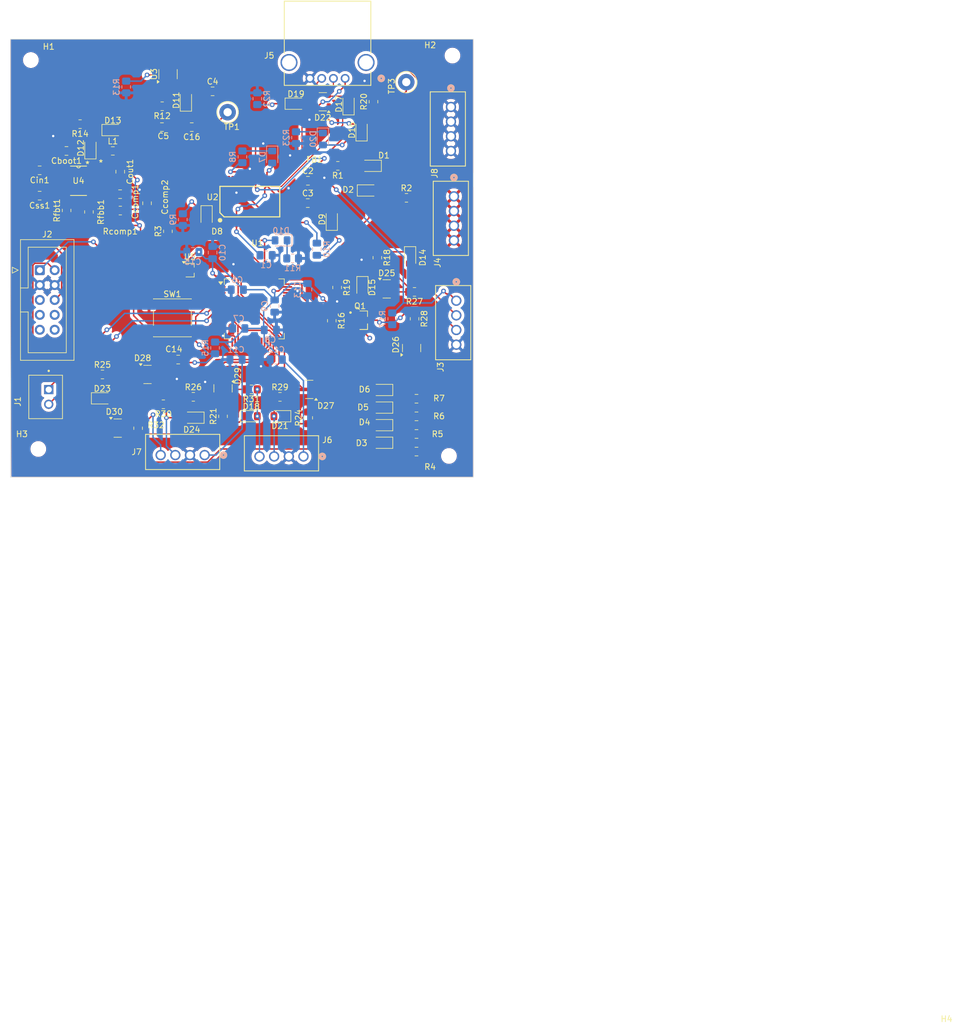
<source format=kicad_pcb>
(kicad_pcb (version 20240108) (generator "pcbnew") (generator_version "8.0")
  (layers (0 "F.Cu" signal) (31 "B.Cu" signal) (34 "B.Paste" user) (35 "F.Paste" user) (36 "B.SilkS" user "B.Silkscreen") (37 "F.SilkS" user "F.Silkscreen") (38 "B.Mask" user) (39 "F.Mask" user) (44 "Edge.Cuts" user))
  (net 0 "")
  (net 1 "GND")
  (net 2 "Net-(C2-Pad1)")
  (net 3 "+5V")
  (net 4 "+3.3V")
  (net 5 "/NRST")
  (net 6 "Net-(D12-K)")
  (net 7 "Net-(U4-BOOT)")
  (net 8 "Net-(U4-COMP)")
  (net 9 "Net-(Ccomp2-Pad1)")
  (net 10 "Net-(U4-SS)")
  (net 11 "Net-(D1-A)")
  (net 12 "Net-(D2-A)")
  (net 13 "/DEBUG1")
  (net 14 "Net-(D3-K)")
  (net 15 "Net-(D4-K)")
  (net 16 "/DEBUG2")
  (net 17 "/DEBUG3")
  (net 18 "Net-(D5-K)")
  (net 19 "Net-(D6-K)")
  (net 20 "/DEBUG4")
  (net 21 "Net-(D7-K)")
  (net 22 "/USB UART Comm/VCCIO")
  (net 23 "/TXD")
  (net 24 "Net-(D8-K)")
  (net 25 "Net-(D9-K)")
  (net 26 "/RXD")
  (net 27 "Net-(D10-K)")
  (net 28 "Net-(D11-A)")
  (net 29 "Net-(D13-K)")
  (net 30 "Net-(D14-K)")
  (net 31 "/TrigE")
  (net 32 "Net-(D15-K)")
  (net 33 "/Echo5VE")
  (net 34 "Net-(D16-K)")
  (net 35 "Net-(D17-K)")
  (net 36 "/USBD-")
  (net 37 "Net-(D18-K)")
  (net 38 "/SDA1E")
  (net 39 "Net-(D19-K)")
  (net 40 "/USBD+")
  (net 41 "Net-(D20-K)")
  (net 42 "Net-(D21-K)")
  (net 43 "/SCL1E")
  (net 44 "/SDA2E")
  (net 45 "Net-(D23-K)")
  (net 46 "/SCL2E")
  (net 47 "Net-(D24-K)")
  (net 49 "/Trig")
  (net 50 "/Echo5V")
  (net 52 "/SCL1")
  (net 54 "/SCL2")
  (net 57 "/SDA1")
  (net 58 "/SDA2")
  (net 60 "/PC1")
  (net 61 "/PC0")
  (net 62 "/SWDIO_IN")
  (net 67 "/SWCLK_IN")
  (net 70 "/Echo3.3V")
  (net 71 "/BOOT0")
  (net 72 "Net-(U2-CBUS0)")
  (net 73 "Net-(U2-CBUS1)")
  (net 74 "Net-(U3-ADJ)")
  (net 75 "Net-(U4-VSENSE)")
  (net 76 "/PB4")
  (net 77 "/PB2")
  (net 78 "/PC10")
  (net 79 "/PC9")
  (net 80 "/PA8")
  (net 81 "/PA11")
  (net 82 "/PC7")
  (net 83 "/PA12")
  (net 84 "/PA7")
  (net 85 "/PC6")
  (net 86 "/PC3")
  (net 87 "/PC15")
  (net 88 "/PA5")
  (net 89 "/PA10")
  (net 90 "/PC4")
  (net 91 "/PC8")
  (net 92 "/PF1")
  (net 93 "/PA4")
  (net 94 "/PC13")
  (net 95 "/PA9")
  (net 96 "/OSC_IN")
  (net 97 "/PB1")
  (net 98 "/PC14")
  (net 99 "/PC5")
  (net 100 "/PC2")
  (net 101 "/PB0")
  (net 102 "/PB5")
  (net 103 "/PA15")
  (net 104 "/PA6")
  (net 105 "/PC11")
  (net 106 "/PB3")
  (footprint "Inductor_SMD:L_0201_0603Metric_Pad0.64x0.40mm_HandSolder" (layer "F.Cu") (at 157.0725 50.8)
    (property "Reference" "FB1")
    (property "Value" "FerriteBead")
  )
  (footprint "LED_SMD:LED_0805_2012Metric_Pad1.15x1.40mm_HandSolder" (layer "F.Cu") (at 146.295 93.472)
    (property "Reference" "D18")
    (property "Value" "LED_Red")
  )
  (footprint "Resistor_SMD:R_0805_2012Metric_Pad1.20x1.40mm_HandSolder" (layer "F.Cu") (at 161.052 50.8 180)
    (property "Reference" "R1")
    (property "Value" "10k")
  )
  (footprint "TestPoint:TestPoint_Loop_D3.50mm_Drill1.4mm_Beaded" (layer "F.Cu") (at 172.72 36.528 -90)
    (property "Reference" "TP3")
    (property "Value" "5V TP")
  )
  (footprint "Library:CONN_B4B-XH-A_JSTProject" (layer "F.Cu") (at 180.34 40.76 90)
    (property "Reference" "J8")
    (property "Value" "SDOAG_Connector")
  )
  (footprint "Capacitor_SMD:C_0805_2012Metric_Pad1.18x1.45mm_HandSolder" (layer "F.Cu") (at 174.4625 99.5)
    (property "Reference" "R4")
    (property "Value" "270")
  )
  (footprint "Diode_SMD:D_0805_2012Metric_Pad1.15x1.40mm_HandSolder" (layer "F.Cu") (at 165.1 44.695 90)
    (property "Reference" "D16")
    (property "Value" "BAT60JFILM")
  )
  (footprint "Library:CONN_B4B-XH-A_JSTProject" (layer "F.Cu") (at 155.194 100.33)
    (property "Reference" "J6")
    (property "Value" "IMU_1")
  )
  (footprint "Capacitor_SMD:C_0805_2012Metric_Pad1.18x1.45mm_HandSolder" (layer "F.Cu") (at 123.952 51.7945 -90)
    (property "Reference" "Cout1")
    (property "Value" "47 uF")
  )
  (footprint "Library:CONN_B4B-XH-A_JSTProject" (layer "F.Cu") (at 138.3446 100.097801)
    (property "Reference" "J7")
    (property "Value" "IMU_2")
  )
  (footprint "Package_TO_SOT_SMD:SOT-23" (layer "F.Cu") (at 128.6025 86.36)
    (property "Reference" "D28")
    (property "Value" "BZX84Cxx")
  )
  (footprint "Capacitor_SMD:C_0805_2012Metric_Pad1.18x1.45mm_HandSolder" (layer "F.Cu") (at 123.9305 55.626)
    (property "Reference" "Ccomp1")
    (property "Value" "10 pF")
  )
  (footprint "Capacitor_SMD:C_0805_2012Metric_Pad1.18x1.45mm_HandSolder" (layer "F.Cu") (at 110.2145 55.88 180)
    (property "Reference" "Css1")
    (property "Value" "8.2 nF")
  )
  (footprint "Capacitor_SMD:C_0805_2012Metric_Pad1.18x1.45mm_HandSolder" (layer "F.Cu") (at 155.956 53.34)
    (property "Reference" "C2")
    (property "Value" "100 nF")
  )
  (footprint "Package_TO_SOT_SMD:SOT-143" (layer "F.Cu") (at 158.496 39.878 180)
    (property "Reference" "D22")
    (property "Value" "PRTR5V0U2X")
  )
  (footprint "Package_TO_SOT_SMD:SOT-23" (layer "F.Cu") (at 173.63 81.8555 90)
    (property "Reference" "D26")
    (property "Value" "BZX84Cxx")
  )
  (footprint "LED_SMD:LED_0805_2012Metric_Pad1.15x1.40mm_HandSolder" (layer "F.Cu") (at 122.691 44.704)
    (property "Reference" "D13")
    (property "Value" "LED_Red")
  )
  (footprint "Resistor_SMD:R_0805_2012Metric_Pad1.20x1.40mm_HandSolder" (layer "F.Cu") (at 160.93 71.536 -90)
    (property "Reference" "R19")
    (property "Value" "150")
  )
  (footprint "LED_SMD:LED_0805_2012Metric_Pad1.15x1.40mm_HandSolder" (layer "F.Cu") (at 162.878 40.253 90)
    (property "Reference" "D17")
    (property "Value" "LED_Green" (hide yes))
  )
  (footprint "Resistor_SMD:R_0805_2012Metric_Pad1.20x1.40mm_HandSolder" (layer "F.Cu") (at 174.122 72.282 180)
    (property "Reference" "R27")
    (property "Value" "20")
  )
  (footprint "LED_SMD:LED_0805_2012Metric_Pad1.15x1.40mm_HandSolder" (layer "F.Cu") (at 168.5625 98 180)
    (property "Reference" "D3")
    (property "Value" "LED_Blue")
  )
  (footprint "LED_SMD:LED_0805_2012Metric_Pad1.15x1.40mm_HandSolder" (layer "F.Cu") (at 136.389 93.726 180)
    (property "Reference" "D24")
    (property "Value" "LED_Red")
  )
  (footprint "Capacitor_SMD:C_0805_2012Metric_Pad1.18x1.45mm_HandSolder" (layer "F.Cu") (at 128.524 57.1715 90)
    (property "Reference" "Ccomp2")
    (property "Value" "2.7 nF")
  )
  (footprint "Capacitor_SMD:C_0805_2012Metric_Pad1.18x1.45mm_HandSolder" (layer "F.Cu") (at 174.4625 93.5)
    (property "Reference" "R6")
    (property "Value" "270")
  )
  (footprint "Resistor_SMD:R_0805_2012Metric_Pad1.20x1.40mm_HandSolder" (layer "F.Cu") (at 167.788 66.456 -90)
    (property "Reference" "R18")
    (property "Value" "150")
  )
  (footprint "Package_TO_SOT_SMD:SOT-323_SC-70_Handsoldering" (layer "F.Cu") (at 135.83 68.58)
    (property "Reference" "U5")
    (property "Value" "MAX7375AXR805")
  )
  (footprint "Connector_IDC:IDC-Header_2x05_P2.54mm_Vertical" (layer "F.Cu") (at 110.236 68.58)
    (property "Reference" "J2")
    (property "Value" "Programming Header")
  )
  (footprint "Resistor_SMD:R_0805_2012Metric_Pad1.20x1.40mm_HandSolder" (layer "F.Cu") (at 123.968 58.42)
    (property "Reference" "Rcomp1")
    (property "Value" "13.7 k")
  )
  (footprint "Package_TO_SOT_SMD:SOT-23-3" (layer "F.Cu") (at 132.1015 35.1735 90)
    (property "Reference" "U3")
    (property "Value" "LM1117MP-ADJ")
  )
  (footprint "Capacitor_SMD:C_0805_2012Metric_Pad1.18x1.45mm_HandSolder" (layer "F.Cu") (at 133.8365 83.82 180)
    (property "Reference" "C14")
    (property "Value" ".1uF")
  )
  (footprint "Capacitor_SMD:C_0805_2012Metric_Pad1.18x1.45mm_HandSolder" (layer "F.Cu") (at 136.144 44.196 180)
    (property "Reference" "C16")
    (property "Value" ".1 uF")
  )
  (footprint "Library:CONN_B4B-XH-A_JSTProject" (layer "F.Cu") (at 181.25 73.78 90)
    (property "Reference" "J3")
    (property "Value" "Ultrasonic")
  )
  (footprint "MountingHole:MountingHole_2.2mm_M2" (layer "F.Cu") (at 108.712 32.766)
    (property "Reference" "H1")
    (property "Value" "MountingHole")
  )
  (footprint "Resistor_SMD:R_0805_2012Metric_Pad1.20x1.40mm_HandSolder" (layer "F.Cu") (at 141.478 93.488 90)
    (property "Reference" "R21")
    (property "Value" "150")
  )
  (footprint "LED_SMD:LED_0805_2012Metric_Pad1.15x1.40mm_HandSolder" (layer "F.Cu") (at 153.915 40.199)
    (property "Reference" "D19")
    (property "Value" "LED_Red")
  )
  (footprint "Inductor_SMD:L_0805_2012Metric_Pad1.15x1.40mm_HandSolder" (layer "F.Cu") (at 122.691 48.26)
    (property "Reference" "L1")
    (property "Value" "6.8 uH")
  )
  (footprint "MountingHole:MountingHole_2.2mm_M2" (layer "F.Cu") (at 180 100.25)
    (property "Reference" "H4")
    (property "Value" "MountingHole")
  )
  (footprint "Library:Project_USB" (layer "F.Cu") (at 162.298149 35.8902 180)
    (property "Reference" "J5")
    (property "Value" "USB_A")
  )
  (footprint "LED_SMD:LED_0805_2012Metric_Pad1.15x1.40mm_HandSolder" (layer "F.Cu") (at 168.5625 95 180)
    (property "Reference" "D4")
    (property "Value" "LED_Blue")
  )
  (footprint "LED_SMD:LED_0805_2012Metric_Pad1.15x1.40mm_HandSolder" (layer "F.Cu") (at 173.376 66.431 -90)
    (property "Reference" "D14")
    (property "Value" "LED_Blue")
  )
  (footprint "Diode_SMD:D_0805_2012Metric_Pad1.15x1.40mm_HandSolder" (layer "F.Cu") (at 118.872 47.761 90)
    (property "Reference" "D12")
    (property "Value" "BAT60JFILM")
  )
  (footprint "Capacitor_SMD:C_0805_2012Metric_Pad1.18x1.45mm_HandSolder" (layer "F.Cu") (at 131.064 44.196 180)
    (property "Reference" "C5")
    (property "Value" "100 uF")
  )
  (footprint "Resistor_SMD:R_0805_2012Metric_Pad1.20x1.40mm_HandSolder" (layer "F.Cu") (at 114.808 58.404 90)
    (property "Reference" "Rfbt1")
    (property "Value" "10.2 k")
  )
  (footprint "LED_SMD:LED_0805_2012Metric_Pad1.15x1.40mm_HandSolder" (layer "F.Cu") (at 151.183 93.48 180)
    (property "Reference" "D21")
    (property "Value" "LED_Blue")
  )
  (footprint "Capacitor_SMD:C_0805_2012Metric_Pad1.18x1.45mm_HandSolder" (layer "F.Cu") (at 174.4625 96.5)
    (property "Reference" "R5")
    (property "Value" "270")
  )
  (footprint "Button_Switch_SMD:SW_SPST_PTS645" (layer "F.Cu") (at 132.842 76.708)
    (property "Reference" "SW1")
    (property "Value" "Reset Switch")
  )
  (footprint "MountingHole:MountingHole_2.2mm_M2" (layer "F.Cu") (at 180.594 32.004)
    (property "Reference" "H2")
    (property "Value" "MountingHole")
  )
  (footprint "Resistor_SMD:R_0805_2012Metric_Pad1.20x1.40mm_HandSolder" (layer "F.Cu") (at 132.08 61.96 90)
    (property "Reference" "R3")
    (property "Value" "100K")
  )
  (footprint "Capacitor_SMD:C_0805_2012Metric_Pad1.18x1.45mm_HandSolder" (layer "F.Cu") (at 174.4625 90.5)
    (property "Reference" "R7")
    (property "Value" "270")
  )
  (footprint "Package_QFP:LQFP-64_10x10mm_P0.5mm" (layer "F.Cu") (at 146.812 75.184)
    (property "Reference" "U1")
    (property "Value" "STM32F091RCTx")
  )
  (footprint "Package_TO_SOT_SMD:SOT-23" (layer "F.Cu") (at 123.5225 95.504)
    (property "Reference" "D30")
    (property "Value" "BZX84Cxx")
  )
  (footprint "Library:Project_BSS" (layer "F.Cu") (at 165.458 77.108)
    (property "Reference" "Q1")
    (property "Value" "BSS138")
  )
  (footprint "Resistor_SMD:R_0805_2012Metric_Pad1.20x1.40mm_HandSolder" (layer "F.Cu") (at 160.02 77.2 -90)
    (property "Reference" "R16")
    (property "Value" "10k")
  )
  (footprint "Library:CONN_B4B-XH-A_JSTProject" (layer "F.Cu") (at 180.848 56 90)
    (property "Reference" "J4")
    (property "Value" "Power_Connector")
  )
  (footprint "Resistor_SMD:R_0805_2012Metric_Pad1.20x1.40mm_HandSolder" (layer "F.Cu") (at 156 93.75 90)
    (property "Reference" "R24")
    (property "Value" "150")
  )
  (footprint "Resistor_SMD:R_0805_2012Metric_Pad1.20x1.40mm_HandSolder" (layer "F.Cu") (at 174.138 76.87 -90)
    (property "Reference" "R28")
    (property "Value" "20")
  )
  (footprint "Package_TO_SOT_SMD:SOT-23" (layer "F.Cu") (at 169.3905 71.774)
    (property "Reference" "D25")
    (property "Value" "BZX84Cxx")
  )
  (footprint "LED_SMD:LED_0805_2012Metric_Pad1.15x1.40mm_HandSolder" (layer "F.Cu") (at 138.675 59.445 -90)
    (property "Reference" "D8")
    (property "Value" "LED_Green")
  )
  (footprint "Diode_SMD:D_0805_2012Metric_Pad1.15x1.40mm_HandSolder" (layer "F.Cu") (at 135.1495 39.615 90)
    (property "Reference" "D11")
    (property "Value" "BAT60JFILM")
  )
  (footprint "Resistor_SMD:R_0805_2012Metric_Pad1.20x1.40mm_HandSolder" (layer "F.Cu") (at 117.11 43.688 180)
    (property "Reference" "R14")
    (property "Value" "150")
  )
  (footprint "Resistor_SMD:R_0805_2012Metric_Pad1.20x1.40mm_HandSolder" (layer "F.Cu") (at 172.75 56.25)
    (property "Reference" "R2")
    (property "Value" "10k")
  )
  (footprint "LED_SMD:LED_0805_2012Metric_Pad1.15x1.40mm_HandSolder" (layer "F.Cu") (at 166.615 50.8 180)
    (property "Reference" "D1")
    (property "Value" "LED_Blue")
  )
  (footprint "Library:Project_TPS" (layer "F.Cu") (at 116.84 53.34)
    (property "Reference" "U4")
    (property "Value" "TPS54331QDRQ1")
  )
  (footprint "LED_SMD:LED_0805_2012Metric_Pad1.15x1.40mm_HandSolder" (layer "F.Cu") (at 120.895 90.424)
    (property "Reference" "D23")
    (property "Value" "LED_Blue")
  )
  (footprint "Resistor_SMD:R_0805_2012Metric_Pad1.20x1.40mm_HandSolder" (layer "F.Cu") (at 131.302 91.44 180)
    (property "Reference" "R30")
    (property "Value" "20")
  )
  (footprint "Capacitor_SMD:C_0805_2012Metric_Pad1.18x1.45mm_HandSolder" (layer "F.Cu") (at 110.2145 51.562 180)
    (property "Reference" "Cin1")
    (property "Value" "10 uF")
  )
  (footprint "LED_SMD:LED_0805_2012Metric_Pad1.15x1.40mm_HandSolder" (layer "F.Cu") (at 160.02 59.935 90)
    (property "Reference" "D9")
    (property "Value" "LED_Blue")
  )
  (footprint "Capacitor_SMD:C_0805_2012Metric_Pad1.18x1.45mm_HandSolder" (layer "F.Cu") (at 155.9345 57.15)
    (property "Reference" "C3")
    (property "Value" "4.7 uF")
  )
  (footprint "LED_SMD:LED_0805_2012Metric_Pad1.15x1.40mm_HandSolder" (layer "F.Cu") (at 166.225 55)
    (property "Reference" "D2")
    (property "Value" "LED_Blue")
  )
  (footprint "Resistor_SMD:R_0805_2012Metric_Pad1.20x1.40mm_HandSolder" (layer "F.Cu") (at 118.618 58.658 -90)
    (property "Reference" "Rfbb1")
    (property "Value" "3.24 k")
  )
  (footprint "Capacitor_SMD:C_0805_2012Metric_Pad1.18x1.45mm_HandSolder" (layer "F.Cu") (at 114.7865 48.26 180)
    (property "Reference" "Cboot1")
    (property "Value" "100 nF")
  )
  (footprint "LED_SMD:LED_0805_2012Metric_Pad1.15x1.40mm_HandSolder" (layer "F.Cu") (at 168.5625 89 180)
    (property "Reference" "D6")
    (property "Value" "LED_Blue")
  )
  (footprint "MountingHole:MountingHole_2.2mm_M2" (layer "F.Cu") (at 109.982 99.06)
    (property "Reference" "H3")
    (property "Value" "MountingHole")
  )
  (footprint "Resistor_SMD:R_0805_2012Metric_Pad1.20x1.40mm_HandSolder" (layer "F.Cu") (at 120.92 86.36)
    (property "Reference" "R25")
    (property "Value" "150")
  )
  (footprint "Capacitor_SMD:C_0805_2012Metric_Pad1.18x1.45mm_HandSolder" (layer "F.Cu") (at 139.7 38.1)
    (property "Reference" "C4")
    (property "Value" "10 uF")
  )
  (footprint "LED_SMD:LED_0805_2012Metric_Pad1.15x1.40mm_HandSolder" (layer "F.Cu") (at 165.248 71.529 -90)
    (property "Reference" "D15")
    (property "Value" "LED_Red")
  )
  (footprint "Resistor_SMD:R_0805_2012Metric_Pad1.20x1.40mm_HandSolder" (layer "F.Cu") (at 136.414 90.17)
    (property "Reference" "R26")
    (property "Value" "150")
  )
  (footprint "Library:Project_FT232" (layer "F.Cu") (at 146.05 56.896)
    (property "Reference" "U2")
    (property "Value" "FT232RL")
  )
  (footprint "Resistor_SMD:R_0805_2012Metric_Pad1.20x1.40mm_HandSolder" (layer "F.Cu") (at 167.132 39.862 90)
    (property "Reference" "R20")
    (property "Value" "150")
  )
  (footprint "Package_TO_SOT_SMD:SOT-23" (layer "F.Cu") (at 156.1755 88.908 180)
    (property "Reference" "D27")
    (property "Value" "BZX84Cxx")
  )
  (footprint "Library:2Pin" (layer "F.Cu") (at 111.235 90.19 90)
    (property "Reference" "J1")
    (property "Value" "Conn_01x02_Pin")
  )
  (footprint "Resistor_SMD:R_0805_2012Metric_Pad1.20x1.40mm_HandSolder" (layer "F.Cu") (at 131.1015 40.64 180)
    (property "Reference" "R12")
    (property "Value" "150")
  )
  (footprint "Resistor_SMD:R_0805_2012Metric_Pad1.20x1.40mm_HandSolder" (layer "F.Cu") (at 146.32 88.9 180)
    (property "Reference" "R31")
    (property "Value" "20")
  )
  (footprint "Package_TO_SOT_SMD:SOT-23" (layer "F.Cu") (at 141.478 88.7245 -90)
    (property "Reference" "D29")
    (property "Value" "BZX84Cxx")
  )
  (footprint "Resistor_SMD:R_0805_2012Metric_Pad1.20x1.40mm_HandSolder" (layer "F.Cu") (at 151.19 90.178)
    (property "Reference" "R29")
    (property "Value" "20")
  )
  (footprint "LED_SMD:LED_0805_2012Metric_Pad1.15x1.40mm_HandSolder" (layer "F.Cu") (at 168.5625 92 180)
    (property "Reference" "D5")
    (property "Value" "LED_Blue")
  )
  (footprint "Resistor_SMD:R_0805_2012Metric_Pad1.20x1.40mm_HandSolder" (layer "F.Cu") (at 127 95.52 -90)
    (property "Reference" "R32")
    (property "Value" "20")
  )
  (footprint "TestPoint:TestPoint_Loop_D3.50mm_Drill1.4mm_Beaded" (layer "F.Cu") (at 142.2615 41.656)
    (property "Reference" "TP1")
    (property "Value" "3.3V TP")
  )
  (footprint "Resistor_SMD:R_0805_2012Metric_Pad1.20x1.40mm_HandSolder" (layer "B.Cu") (at 153.924 45.99 -90)
    (property "Reference" "R23")
    (property "Value" "150")
  )
  (footprint "Resistor_SMD:R_0805_2012Metric_Pad1.20x1.40mm_HandSolder" (layer "B.Cu") (at 153.345 66.576)
    (property "Reference" "R11")
    (property "Value" "150")
  )
  (footprint "LED_SMD:LED_0805_2012Metric_Pad1.15x1.40mm_HandSolder" (layer "B.Cu") (at 158.496 46.219 -90)
    (property "Reference" "D20")
    (property "Value" "LED_Blue")
  )
  (footprint "Resistor_SMD:R_0805_2012Metric_Pad1.20x1.40mm_HandSolder" (layer "B.Cu") (at 170.328 76.87 -90)
    (property "Reference" "R17")
    (property "Value" "10k")
  )
  (footprint "Capacitor_SMD:C_0805_2012Metric_Pad1.18x1.45mm_HandSolder" (layer "B.Cu") (at 155.869 71.8885 -90)
    (property "Reference" "C13")
    (property "Value" "1 uF")
  )
  (footprint "LED_SMD:LED_0805_2012Metric_Pad1.15x1.40mm_HandSolder" (layer "B.Cu") (at 151.375 63.5 180)
    (property "Reference" "D10")
    (property "Value" "LED_Red")
  )
  (footprint "Capacitor_SMD:C_0805_2012Metric_Pad1.18x1.45mm_HandSolder" (layer "B.Cu") (at 149.5405 78.768)
    (property "Reference" "C8")
    (property "Value" ".1 uF")
  )
  (footprint "Resistor_SMD:R_0805_2012Metric_Pad1.20x1.40mm_HandSolder" (layer "B.Cu") (at 147.32 39.354 90)
    (property "Reference" "R22")
    (property "Value" "150")
  )
  (footprint "Capacitor_SMD:C_0805_2012Metric_Pad1.18x1.45mm_HandSolder" (layer "B.Cu") (at 157.48 65.0025 90)
    (property "Reference" "R10")
    (property "Value" "270")
  )
  (footprint "Capacitor_SMD:C_0805_2012Metric_Pad1.18x1.45mm_HandSolder" (layer "B.Cu") (at 144.1635 78.514 180)
    (property "Reference" "C7")
    (property "Value" ".1 uF")
  )
  (footprint "Capacitor_SMD:C_0805_2012Metric_Pad1.18x1.45mm_HandSolder" (layer "B.Cu") (at 150.5565 83.82 180)
    (property "Reference" "C12")
    (property "Value" "4.7 uF")
  )
  (footprint "Capacitor_SMD:C_0805_2012Metric_Pad1.18x1.45mm_HandSolder" (layer "B.Cu") (at 148.8225 66.04)
    (property "Reference" "C1")
    (property "Value" "100 nF")
  )
  (footprint "Resistor_SMD:R_0805_2012Metric_Pad1.20x1.40mm_HandSolder" (layer "B.Cu") (at 134.62 59.96 -90)
    (property "Reference" "R9")
    (property "Value" "150")
  )
  (footprint "Resistor_SMD:R_0805_2012Metric_Pad1.20x1.40mm_HandSolder" (layer "B.Cu") (at 144.78 49.26 -90)
    (property "Reference" "R8")
    (property "Value" "270")
  )
  (footprint "Capacitor_SMD:C_0805_2012Metric_Pad1.18x1.45mm_HandSolder" (layer "B.Cu") (at 150.281 74.6975 -90)
    (property "Reference" "C9")
    (property "Value" ".1 uF")
  )
  (footprint "Capacitor_SMD:C_0805_2012Metric_Pad1.18x1.45mm_HandSolder" (layer "B.Cu") (at 143.9095 71.91 180)
    (property "Reference" "C6")
    (property "Value" ".1 uF")
  )
  (footprint "Resistor_SMD:R_0805_2012Metric_Pad1.20x1.40mm_HandSolder" (layer "B.Cu") (at 140.121 81.832 -90)
    (property "Reference" "R15")
    (property "Value" "100K")
  )
  (footprint "Capacitor_SMD:C_0805_2012Metric_Pad1.18x1.45mm_HandSolder" (layer "B.Cu") (at 139.7 65.5815 90)
    (property "Reference" "C10")
    (property "Value" "4.7 uF")
  )
  (footprint "Capacitor_SMD:C_0805_2012Metric_Pad1.18x1.45mm_HandSolder" (layer "B.Cu") (at 143.6985 83.82 180)
    (property "Reference" "C11")
    (property "Value" "10 nF")
  )
  (footprint "Capacitor_SMD:C_0805_2012Metric_Pad1.18x1.45mm_HandSolder" (layer "B.Cu") (at 136.3325 65.480836)
    (property "Reference" "C15")
    (property "Value" "0.1uF")
  )
  (footprint "Resistor_SMD:R_0805_2012Metric_Pad1.20x1.40mm_HandSolder" (layer "B.Cu") (at 124.968 37.354 -90)
    (property "Reference" "R13")
    (property "Value" "220")
  )
  (footprint "LED_SMD:LED_0805_2012Metric_Pad1.15x1.40mm_HandSolder" (layer "B.Cu") (at 149.86 49.285 -90)
    (property "Reference" "D7")
    (property "Value" "LED_Blue")
  )
  (gr_rect (start 105.248 29.21) (end 184.15 103.86) (stroke (width 0.1)) (fill none) (layer "Edge.Cuts"))
  (segment (start 160.93 72.536) (end 160.928 72.536) (width 0.25) (layer "F.Cu") (net 1))
  (segment (start 143.537 69.596) (end 143.537 67.845) (width 0.25) (layer "F.Cu") (net 1))
  (segment (start 152.487 71.934) (end 153.976 71.934) (width 0.254) (layer "F.Cu") (net 1))
  (segment (start 143.537 67.845) (end 143.256 67.564) (width 0.25) (layer "F.Cu") (net 1))
  (segment (start 141.137 76.934) (end 141.114 76.957) (width 0.254) (layer "F.Cu") (net 1))
  (segment (start 152.631 71.934) (end 152.654 71.911) (width 0.254) (layer "F.Cu") (net 1))
  (segment (start 143.562 69.509) (end 143.537 69.534) (width 0.25) (layer "F.Cu") (net 1))
  (segment (start 143.764 55.372) (end 143.775 55.361) (width 0.25) (layer "F.Cu") (net 1))
  (segment (start 159.5 40.628) (end 159.512 40.64) (width 0.25) (layer "F.Cu") (net 1))
  (segment (start 143.537 80.834) (end 143.537 80.772) (width 0.25) (layer "F.Cu") (net 1))
  (segment (start 143.537 80.772) (end 143.537 79.991236) (width 0.25) (layer "F.Cu") (net 1))
  (segment (start 150.062 80.859) (end 150.062 82.856) (width 0.25) (layer "F.Cu") (net 1))
  (segment (start 141.137 76.934) (end 140.291408 76.934) (width 0.254) (layer "F.Cu") (net 1))
  (segment (start 160.93 72.536) (end 160.93 73.914) (width 0.25) (layer "F.Cu") (net 1))
  (segment (start 139.192 78.033408) (end 139.192 78.74) (width 0.254) (layer "F.Cu") (net 1))
  (segment (start 160.93 73.914) (end 160.93 74.062) (width 0.25) (layer "F.Cu") (net 1))
  (segment (start 159.496 40.628) (end 159.5 40.628) (width 0.25) (layer "F.Cu") (net 1))
  (segment (start 143.537 79.991236) (end 143.304764 79.759) (width 0.25) (layer "F.Cu") (net 1))
  (segment (start 139.192 78.74) (end 140.211 79.759) (width 0.254) (layer "F.Cu") (net 1))
  (segment (start 160.928 72.536) (end 160.782 72.39) (width 0.25) (layer "F.Cu") (net 1))
  (segment (start 150.085 80.836) (end 150.085 80.772) (width 0.254) (layer "F.Cu") (net 1))
  (segment (start 143.537 69.534) (end 143.537 69.596) (width 0.25) (layer "F.Cu") (net 1))
  (segment (start 148.325 53.271) (end 148.325 53.329) (width 0.254) (layer "F.Cu") (net 1))
  (segment (start 153.976 71.934) (end 154.178 72.136) (width 0.254) (layer "F.Cu") (net 1))
  (segment (start 148.336 53.34) (end 148.336 46.99) (width 0.254) (layer "F.Cu") (net 1))
  (segment (start 143.775 53.271) (end 143.775 55.361) (width 0.25) (layer "F.Cu") (net 1))
  (segment (start 140.211 79.759) (end 141.475 79.759) (width 0.254) (layer "F.Cu") (net 1))
  (segment (start 145.725 57.333) (end 143.764 55.372) (width 0.25) (layer "F.Cu") (net 1))
  (segment (start 150.062 82.856) (end 147.955 84.963) (width 0.25) (layer "F.Cu") (net 1))
  (segment (start 146.375 53.271) (end 146.375 51.633) (width 0.25) (layer "F.Cu") (net 1))
  (segment (start 145.725 60.521) (end 145.725 57.333) (width 0.25) (layer "F.Cu") (net 1))
  (segment (start 152.487 71.934) (end 152.631 71.934) (width 0.254) (layer "F.Cu") (net 1))
  (segment (start 128.064 74.458) (end 128.862 74.458) (width 0.254) (layer "F.Cu") (net 1))
  (segment (start 146.375 51.633) (end 146.05 51.308) (width 0.25) (layer "F.Cu") (net 1))
  (segment (start 148.325 53.329) (end 148.336 53.34) (width 0.254) (layer "F.Cu") (net 1))
  (segment (start 143.304764 79.759) (end 141.475 79.759) (width 0.25) (layer "F.Cu") (net 1))
  (segment (start 143.562 80.859) (end 143.537 80.834) (width 0.25) (layer "F.Cu") (net 1))
  (segment (start 140.291408 76.934) (end 139.192 78.033408) (width 0.254) (layer "F.Cu") (net 1))
  (via (at 154.178 72.136) (size 0.8) (drill 0.4) (layers "F.Cu" "B.Cu") (net 1))
  (via (at 158.75 52.832) (size 0.8) (drill 0.4) (layers "F.Cu" "B.Cu") (net 1))
  (via (at 147.955 84.963) (size 0.8) (drill 0.4) (layers "F.Cu" "B.Cu") (net 1))
  (via (at 152.654 54.61) (size 0.8) (drill 0.4) (layers "F.Cu" "B.Cu") (net 1))
  (via (at 143.256 67.564) (size 0.8) (drill 0.4) (layers "F.Cu" "B.Cu") (net 1))
  (via (at 112.522 45.72) (size 0.8) (drill 0.4) (layers "F.Cu" "B.Cu") (net 1))
  (via (at 138.43 87.63) (size 0.8) (drill 0.4) (layers "F.Cu" "B.Cu") (net 1))
  (via (at 133.604 87.122) (size 0.8) (drill 0.4) (layers "F.Cu" "B.Cu") (net 1))
  (via (at 148.336 46.99) (size 0.8) (drill 0.4) (layers "F.Cu" "B.Cu") (net 1))
  (via (at 146.05 51.308) (size 0.8) (drill 0.4) (layers "F.Cu" "B.Cu") (net 1))
  (via (at 143.764 55.372) (size 0.8) (drill 0.4) (layers "F.Cu" "B.Cu") (net 1))
  (via (at 152.908 49.022) (size 0.8) (drill 0.4) (layers "F.Cu" "B.Cu") (net 1))
  (via (at 165.608 36.322) (size 0.8) (drill 0.4) (layers "F.Cu" "B.Cu") (net 1))
  (via (at 156.21 42.926) (size 0.8) (drill 0.4) (layers "F.Cu" "B.Cu") (net 1))
  (via (at 141.475 79.759) (size 0.8) (drill 0.4) (layers "F.Cu" "B.Cu") (net 1))
  (via (at 165.1 66.802) (size 0.8) (drill 0.4) (layers "F.Cu" "B.Cu") (net 1))
  (via (at 127.254 54.864) (size 0.8) (drill 0.4) (layers "F.Cu" "B.Cu") (net 1))
  (via (at 160.93 73.914) (size 0.8) (drill 0.4) (layers "F.Cu" "B.Cu") (net 1))
  (segment (start 160.93 73.914) (end 161.036 73.914) (width 0.25) (layer "B.Cu") (net 1))
  (segment (start 148.336 46.99) (end 153.924 46.99) (width 0.254) (layer "B.Cu") (net 1))
  (segment (start 160.713 74.131) (end 157.074 74.131) (width 0.25) (layer "B.Cu") (net 1))
  (segment (start 157.074 74.131) (end 155.869 72.926) (width 0.25) (layer "B.Cu") (net 1))
  (segment (start 158.369 71.501) (end 158.496 71.374) (width 0.25) (layer "B.Cu") (net 1))
  (segment (start 160.93 73.914) (end 160.713 74.131) (width 0.25) (layer "B.Cu") (net 1))
  (segment (start 154.178 72.136) (end 155.079 72.136) (width 0.254) (layer "B.Cu") (net 1))
  (segment (start 155.079 72.136) (end 155.869 72.926) (width 0.254) (layer "B.Cu") (net 1))
  (segment (start 154.9185 53.34) (end 154.9185 57.1285) (width 0.25) (layer "F.Cu") (net 2))
  (segment (start 154.9185 57.1285) (end 154.897 57.15) (width 0.25) (layer "F.Cu") (net 2))
  (segment (start 154.9185 52.5465) (end 154.9185 53.34) (width 0.25) (layer "F.Cu") (net 2))
  (segment (start 156.665 50.8) (end 154.9185 52.5465) (width 0.25) (layer "F.Cu") (net 2))
  (segment (start 161.29 38.1) (end 162.298149 37.091851) (width 0.25) (layer "F.Cu") (net 3))
  (segment (start 157.496 40.91) (end 160.02 43.434) (width 0.25) (layer "F.Cu") (net 3))
  (segment (start 112.395 52.705) (end 114.3762 52.705) (width 0.25) (layer "F.Cu") (net 3))
  (segment (start 139.7125 39.15) (end 143.29 39.15) (width 0.25) (layer "F.Cu") (net 3))
  (segment (start 147.675 53.271) (end 147.759 53.271) (width 0.254) (layer "F.Cu") (net 3))
  (segment (start 180.114 72.644) (end 181.25 73.78) (width 0.25) (layer "F.Cu") (net 3))
  (segment (start 147.025 53.271) (end 147.025 54.569) (width 0.25) (layer "F.Cu") (net 3))
  (segment (start 158.496 39.878) (end 158.446 39.878) (width 0.25) (layer "F.Cu") (net 3))
  (segment (start 160.782 54.864) (end 160.052 54.134) (width 0.25) (layer "F.Cu") (net 3))
  (segment (start 162.298149 37.091851) (end 162.298149 35.8902) (width 0.25) (layer "F.Cu") (net 3))
  (segment (start 157.496 40.828) (end 157.496 40.91) (width 0.25) (layer "F.Cu") (net 3))
  (segment (start 138.6625 38.1) (end 139.7125 39.15) (width 0.25) (layer "F.Cu") (net 3))
  (segment (start 157.496 40.828) (end 158.446 39.878) (width 0.25) (layer "F.Cu") (net 3))
  (segment (start 134.5985 34.036) (end 138.6625 38.1) (width 0.25) (layer "F.Cu") (net 3))
  (segment (start 122.6179 34.036) (end 132.1015 34.036) (width 0.25) (layer "F.Cu") (net 3))
  (segment (start 147.729 53.271) (end 147.025 53.271) (width 0.254) (layer "F.Cu") (net 3))
  (segment (start 147.025 42.885) (end 147.025 50.8) (width 0.25) (layer "F.Cu") (net 3))
  (segment (start 132.1015 34.036) (end 134.5985 34.036) (width 0.25) (layer "F.Cu") (net 3))
  (segment (start 157.48 50.8) (end 160.052 50.8) (width 0.25) (layer "F.Cu") (net 3))
  (segment (start 147.025 54.569) (end 147.32 54.864) (width 0.25) (layer "F.Cu") (net 3))
  (segment (start 160.052 54.134) (end 160.052 50.8) (width 0.25) (layer "F.Cu") (net 3))
  (segment (start 160.02 47.996695) (end 164.346695 43.67) (width 0.25) (layer "F.Cu") (net 3))
  (segment (start 158.75 49.53) (end 157.48 50.8) (width 0.25) (layer "F.Cu") (net 3))
  (segment (start 157.496 40.828) (end 157.668 40.828) (width 0.25) (layer "F.Cu") (net 3))
  (segment (start 162.832 43.67) (end 165.1 43.67) (width 0.25) (layer "F.Cu") (net 3))
  (segment (start 111.252 45.4019) (end 122.6179 34.036) (width 0.25) (layer "F.Cu") (net 3))
  (segment (start 147.759 53.271) (end 147.798 53.31) (width 0.254) (layer "F.Cu") (net 3))
  (segment (start 157.668 40.828) (end 157.734 40.894) (width 0.25) (layer "F.Cu") (net 3))
  (segment (start 147.025 50.8) (end 147.025 53.271) (width 0.25) (layer "F.Cu") (net 3))
  (segment (start 179.07 72.136) (end 179.578 72.644) (width 0.25) (layer "F.Cu") (net 3))
  (segment (start 179.578 72.644) (end 180.114 72.644) (width 0.25) (layer "F.Cu") (net 3))
  (segment (start 111.252 51.562) (end 111.252 45.4019) (width 0.25) (layer "F.Cu") (net 3))
  (segment (start 147.798 53.31) (end 147.798 53.34) (width 0.254) (layer "F.Cu") (net 3))
  (segment (start 160.052 50.8) (end 160.02 50.8) (width 0.25) (layer "F.Cu") (net 3))
  (segment (start 111.252 51.562) (end 112.395 52.705) (width 0.25) (layer "F.Cu") (net 3))
  (segment (start 164.346695 43.67) (end 165.1 43.67) (width 0.25) (layer "F.Cu") (net 3))
  (segment (start 162.941 43.561) (end 162.832 43.67) (width 0.25) (layer "F.Cu") (net 3))
  (segment (start 160.02 50.8) (end 160.02 47.996695) (width 0.25) (layer "F.Cu") (net 3))
  (segment (start 143.29 39.15) (end 147.025 42.885) (width 0.25) (layer "F.Cu") (net 3))
  (segment (start 147.798 53.34) (end 147.729 53.271) (width 0.254) (layer "F.Cu") (net 3))
  (via (at 158.496 39.878) (size 0.8) (drill 0.4) (layers "F.Cu" "B.Cu") (net 3))
  (via (at 147.32 54.864) (size 0.8) (drill 0.4) (layers "F.Cu" "B.Cu") (net 3))
  (via (at 161.29 38.1) (size 0.8) (drill 0.4) (layers "F.Cu" "B.Cu") (net 3))
  (via (at 160.02 43.434) (size 0.8) (drill 0.4) (layers "F.Cu" "B.Cu") (net 3))
  (via (at 160.782 54.864) (size 0.8) (drill 0.4) (layers "F.Cu" "B.Cu") (net 3))
  (via (at 179.07 72.136) (size 0.8) (drill 0.4) (layers "F.Cu" "B.Cu") (net 3))
  (via (at 162.941 43.561) (size 0.8) (drill 0.4) (layers "F.Cu" "B.Cu") (net 3))
  (via (at 158.75 49.53) (size 0.8) (drill 0.4) (layers "F.Cu" "B.Cu") (net 3))
  (segment (start 158.496 39.878) (end 159.512 39.878) (width 0.25) (layer "B.Cu") (net 3))
  (segment (start 177.038 74.168) (end 179.07 72.136) (width 0.25) (layer "B.Cu") (net 3))
  (segment (start 160.02 43.434) (end 162.814 43.434) (width 0.25) (layer "B.Cu") (net 3))
  (segment (start 170.434 75.946) (end 172.212 74.168) (width 0.25) (layer "B.Cu") (net 3))
  (segment (start 172.212 66.294) (end 160.782 54.864) (width 0.25) (layer "B.Cu") (net 3))
  (segment (start 170.358 75.87) (end 170.434 75.946) (width 0.25) (layer "B.Cu") (net 3))
  (segment (start 156.708695 49.53) (end 158.75 49.53) (width 0.25) (layer "B.Cu") (net 3))
  (segment (start 158.496 39.878) (end 158.496 39.692349) (width 0.25) (layer "B.Cu") (net 3))
  (segment (start 172.212 74.168) (end 172.212 66.294) (width 0.25) (layer "B.Cu") (net 3))
  (segment (start 162.941 43.561) (end 163.068 43.688) (width 0.25) (layer "B.Cu") (net 3))
  (segment (start 159.512 39.878) (end 161.29 38.1) (width 0.25) (layer "B.Cu") (net 3))
  (segment (start 151.374695 54.864) (end 156.708695 49.53) (width 0.25) (layer "B.Cu") (net 3))
  (segment (start 172.212 74.168) (end 177.038 74.168) (width 0.25) (layer "B.Cu") (net 3))
  (segment (start 170.328 75.87) (end 170.358 75.87) (width 0.25) (layer "B.Cu") (net 3))
  (segment (start 162.814 43.434) (end 162.941 43.561) (width 0.25) (layer "B.Cu") (net 3))
  (segment (start 147.32 54.864) (end 151.374695 54.864) (width 0.25) (layer "B.Cu") (net 3))
  (segment (start 127.4056 62.9546) (end 127.4056 60.96) (width 0.25) (layer "F.Cu") (net 4))
  (segment (start 160.02 74.93) (end 160.02 76.2) (width 0.25) (layer "F.Cu") (net 4))
  (segment (start 123.716 44.704) (end 125.274 43.146) (width 0.25) (layer "F.Cu") (net 4))
  (segment (start 141.997 77.459) (end 142.748 76.708) (width 0.25) (layer "F.Cu") (net 4))
  (segment (start 164.398 76.320764) (end 164.398 76.158) (width 0.25) (layer "F.Cu") (net 4))
  (segment (start 124.417 50.757) (end 123.952 50.757) (width 0.25) (layer "F.Cu") (net 4))
  (segment (start 143.062 69.509) (end 143.062 69.536) (width 0.254) (layer "F.Cu") (net 4))
  (segment (start 135.1495 42.164) (end 137.1815 44.196) (width 0.25) (layer "F.Cu") (net 4))
  (segment (start 126.873 53.213) (end 124.417 50.757) (width 0.25) (layer "F.Cu") (net 4))
  (segment (start 143.062 69.536) (end 143.002 69.596) (width 0.254) (layer "F.Cu") (net 4))
  (segment (start 141.137 71.434) (end 141.164 71.434) (width 0.25) (layer "F.Cu") (net 4))
  (segment (start 150.114 72.136) (end 150.942236 72.136) (width 0.25) (layer "F.Cu") (net 4))
  (segment (start 158.496 73.406) (end 160.02 74.93) (width 0.25) (layer "F.Cu") (net 4))
  (segment (start 149.383264 78.8375) (end 144.8775 78.8375) (width 0.25) (layer "F.Cu") (net 4))
  (segment (start 125.274 43.146) (end 131.0515 43.146) (width 0.25) (layer "F.Cu") (net 4))
  (segment (start 127.254 60.96) (end 127.4056 60.96) (width 0.25) (layer "F.Cu") (net 4))
  (segment (start 136.949164 65.480836) (end 137.37 65.480836) (width 0.25) (layer "F.Cu") (net 4))
  (segment (start 160.062 76.158) (end 160.02 76.2) (width 0.25) (layer "F.Cu") (net 4))
  (segment (start 182.88 86.36) (end 174.833592 86.36) (width 0.25) (layer "F.Cu") (net 4))
  (segment (start 123.716 50.521) (end 123.952 50.757) (width 0.25) (layer "F.Cu") (net 4))
  (segment (start 116.364 60.96) (end 127.254 60.96) (width 0.25) (layer "F.Cu") (net 4))
  (segment (start 144.062 79.712) (end 144.018 79.756) (width 0.25) (layer "F.Cu") (net 4))
  (segment (start 134.5 67.93) (end 136.949164 65.480836) (width 0.25) (layer "F.Cu") (net 4))
  (segment (start 132.381 67.93) (end 134.5 67.93) (width 0.25) (layer "F.Cu") (net 4))
  (segment (start 114.808 59.404) (end 116.364 60.96) (width 0.25) (layer "F.Cu") (net 4))
  (segment (start 152.464 71.411) (end 152.4 71.411) (width 0.254) (layer "F.Cu") (net 4))
  (segment (start 123.716 44.704) (end 123.716 48.26) (width 0.25) (layer "F.Cu") (net 4))
  (segment (start 182.88 65.532) (end 182.88 86.36) (width 0.25) (layer "F.Cu") (net 4))
  (segment (start 167.243644 79.166408) (end 164.398 76.320764) (width 0.25) (layer "F.Cu") (net 4))
  (segment (start 150.942236 72.136) (end 151.644236 71.434) (width 0.25) (layer "F.Cu") (net 4))
  (segment (start 151.644236 71.434) (end 152.487 71.434) (width 0.25) (layer "F.Cu") (net 4))
  (segment (start 123.716 48.26) (end 123.716 50.521) (width 0.25) (layer "F.Cu") (net 4))
  (segment (start 135.1495 40.64) (end 135.1495 42.164) (width 0.25) (layer "F.Cu") (net 4))
  (segment (start 150.562 80.859) (end 150.562 80.016236) (width 0.25) (layer "F.Cu") (net 4))
  (segment (start 141.162 77.459) (end 141.224 77.459) (width 0.25) (layer "F.Cu") (net 4))
  (segment (start 127.4056 62.9546) (end 132.381 67.93) (width 0.25) (layer "F.Cu") (net 4))
  (segment (start 141.137 77.434) (end 141.162 77.459) (width 0.25) (layer "F.Cu") (net 4))
  (segment (start 141.224 77.459) (end 141.997 77.459) (width 0.25) (layer "F.Cu") (net 4))
  (segment (start 140.208 69.596) (end 139.7 69.088) (width 0.254) (layer "F.Cu") (net 4))
  (segment (start 131.0515 43.146) (end 132.1015 44.196) (width 0.25) (layer "F.Cu") (net 4))
  (segment (start 143.002 69.596) (end 140.208 69.596) (width 0.254) (layer "F.Cu") (net 4))
  (segment (start 135.1495 40.64) (end 132.1015 40.64) (width 0.25) (layer "F.Cu") (net 4))
  (segment (start 180.848 63.5) (end 182.88 65.532) (width 0.25) (layer "F.Cu") (net 4))
  (segment (start 144.018 77.978) (end 142.748 76.708) (width 0.25) (layer "F.Cu") (net 4))
  (segment (start 150.562 80.016236) (end 149.383264 78.8375) (width 0.25) (layer "F.Cu") (net 4))
  (segment (start 173.75 56.25) (end 173.75 56.402) (width 0.25) (layer "F.Cu") (net 4))
  (segment (start 152.487 71.434) (end 152.464 71.411) (width 0.254) (layer "F.Cu") (net 4))
  (segment (start 134.5 67.93) (end 135.138164 67.93) (width 0.25) (layer "F.Cu") (net 4))
  (segment (start 144.8775 78.8375) (end 144.018 77.978) (width 0.25) (layer "F.Cu") (net 4))
  (segment (start 180.598 56.25) (end 180.848 56) (width 0.25) (layer "F.Cu") (net 4))
  (segment (start 174.833592 86.36) (end 167.64 79.166408) (width 0.25) (layer "F.Cu") (net 4))
  (segment (start 144.018 79.756) (end 144.018 77.978) (width 0.25) (layer "F.Cu") (net 4))
  (segment (start 167.64 79.166408) (end 167.243644 79.166408) (width 0.25) (layer "F.Cu") (net 4))
  (segment (start 141.137 71.434) (end 141.137 70.525) (width 0.25) (layer "F.Cu") (net 4))
  (segment (start 141.137 70.525) (end 139.7 69.088) (width 0.25) (layer "F.Cu") (net 4))
  (segment (start 164.398 76.158) (end 160.062 76.158) (width 0.25) (layer "F.Cu") (net 4))
  (segment (start 137.1815 44.196) (end 139.7215 44.196) (width 0.25) (layer "F.Cu") (net 4))
  (segment (start 144.062 80.859) (end 144.062 79.712) (width 0.25) (layer "F.Cu") (net 4))
  (segment (start 139.7215 44.196) (end 142.2615 41.656) (width 0.25) (layer "F.Cu") (net 4))
  (segment (start 124.7796 50.757) (end 123.952 50.757) (width 0.25) (layer "F.Cu") (net 4))
  (segment (start 132.1015 40.64) (end 132.1015 44.196) (width 0.25) (layer "F.Cu") (net 4))
  (via (at 158.496 73.406) (size 0.8) (drill 0.4) (layers "F.Cu" "B.Cu") (net 4))
  (via (at 139.7 69.088) (size 0.8) (drill 0.4) (layers "F.Cu" "B.Cu") (net 4))
  (via (at 126.873 53.213) (size 0.8) (drill 0.4) (layers "F.Cu" "B.Cu") (net 4))
  (via (at 137.37 65.480836) (size 0.8) (drill 0.4) (layers "F.Cu" "B.Cu") (net 4))
  (via (at 150.114 72.136) (size 0.8) (drill 0.4) (layers "F.Cu" "B.Cu") (net 4))
  (via (at 127.254 60.96) (size 0.8) (drill 0.4) (layers "F.Cu" "B.Cu") (net 4))
  (segment (start 148.4055 75.5355) (end 150.281 73.66) (width 0.25) (layer "B.Cu") (net 4))
  (segment (start 127.254 60.96) (end 126.529 60.235) (width 0.25) (layer "B.Cu") (net 4))
  (segment (start 144.736 95.631305) (end 140.269504 100.097801) (width 0.25) (layer "B.Cu") (net 4))
  (segment (start 148.249 78.514) (end 148.503 78.768) (width 0.25) (layer "B.Cu") (net 4))
  (segment (start 139.7 66.619) (end 139.7 66.663) (width 0.25) (layer "B.Cu") (net 4))
  (segment (start 139.7 69.088) (end 139.7 66.619) (width 0.25) (layer "B.Cu") (net 4))
  (segment (start 150.281 73.66) (end 150.281 72.303) (width 0.25) (layer "B.Cu") (net 4))
  (segment (start 144.947 71.866) (end 144.947 71.91) (width 0.25) (layer "B.Cu") (net 4))
  (segment (start 155.194 87.42) (end 151.594 83.82) (width 0.25) (layer "B.Cu") (net 4))
  (segment (start 155.869 70.851) (end 153.09 70.851) (width 0.25) (layer "B.Cu") (net 4))
  (segment (start 144.947 78.26) (end 145.201 78.514) (width 0.25) (layer "B.Cu") (net 4))
  (segment (start 148.503 78.768) (end 148.4055 78.6705) (width 0.25) (layer "B.Cu") (net 4))
  (segment (start 144.947 71.91) (end 148.531 71.91) (width 0.25) (layer "B.Cu") (net 4))
  (segment (start 155.869 70.851) (end 158.424 73.406) (width 0.25) (layer "B.Cu") (net 4))
  (segment (start 145.201 78.514) (end 148.249 78.514) (width 0.25) (layer "B.Cu") (net 4))
  (segment (start 148.503 80.729) (end 151.594 83.82) (width 0.25) (layer "B.Cu") (net 4))
  (segment (start 155.869 70.851) (end 155.854 70.866) (width 0.25) (layer "B.Cu") (net 4))
  (segment (start 142.883 80.832) (end 145.201 78.514) (width 0.25) (layer "B.Cu") (net 4))
  (segment (start 150.281 72.303) (end 150.114 72.136) (width 0.25) (layer "B.Cu") (net 4))
  (segment (start 142.883 80.832) (end 140.121 80.832) (width 0.25) (layer "B.Cu") (net 4))
  (segment (start 140.269504 100.097801) (end 138.3446 100.097801) (width 0.25) (layer "B.Cu") (net 4))
  (segment (start 138.508164 66.619) (end 137.37 65.480836) (width 0.25) (layer "B.Cu") (net 4))
  (segment (start 148.503 78.768) (end 148.503 78.827) (width 0.25) (layer "B.Cu") (net 4))
  (segment (start 155.361 71.359) (end 155.869 70.851) (width 0.25) (layer "B.Cu") (net 4))
  (segment (start 141.748 80.832) (end 144.736 83.82) (width 0.25) (layer "B.Cu") (net 4))
  (segment (start 155.194 100.33) (end 155.194 87.42) (width 0.25) (layer "B.Cu") (net 4))
  (segment (start 153.09 70.851) (end 150.281 73.66) (width 0.25) (layer "B.Cu") (net 4))
  (segment (start 139.7 66.619) (end 138.508164 66.619) (width 0.25) (layer "B.Cu") (net 4))
  (segment (start 139.7 66.663) (end 144.947 71.91) (width 0.25) (layer "B.Cu") (net 4))
  (segment (start 126.529 60.235) (end 126.529 53.557) (width 0.25) (layer "B.Cu") (net 4))
  (segment (start 148.531 71.91) (end 150.281 73.66) (width 0.25) (layer "B.Cu") (net 4))
  (segment (start 144.736 83.82) (end 144.736 95.631305) (width 0.25) (layer "B.Cu") (net 4))
  (segment (start 126.529 53.557) (end 126.873 53.213) (width 0.25) (layer "B.Cu") (net 4))
  (segment (start 148.503 78.768) (end 148.503 80.729) (width 0.25) (layer "B.Cu") (net 4))
  (segment (start 158.424 73.406) (end 158.496 73.406) (width 0.25) (layer "B.Cu") (net 4))
  (segment (start 140.121 80.832) (end 141.748 80.832) (width 0.25) (layer "B.Cu") (net 4))
  (segment (start 148.4055 78.6705) (end 148.4055 75.5355) (width 0.25) (layer "B.Cu") (net 4))
  (segment (start 126.873 53.213) (end 127 53.086) (width 0.25) (layer "B.Cu") (net 4))
  (segment (start 135.382 84.328) (end 134.874 83.82) (width 0.25) (layer "F.Cu") (net 5))
  (segment (start 138.926 74.434) (end 141.137 74.434) (width 0.25) (layer "F.Cu") (net 5))
  (segment (start 136.652 84.328) (end 135.382 84.328) (width 0.25) (layer "F.Cu") (net 5))
  (segment (start 136.822 78.958) (end 136.822 80.688) (width 0.25) (layer "F.Cu") (net 5))
  (segment (start 126.238 76.334) (end 126.238 70.612) (width 0.25) (layer "F.Cu") (net 5))
  (segment (start 134.874 83.82) (end 130.012 78.958) (width 0.25) (layer "F.Cu") (net 5))
  (segment (start 136.822 80.688) (end 137.414 81.28) (width 0.25) (layer "F.Cu") (net 5))
  (segment (start 128.862 78.958) (end 126.238 76.334) (width 0.25) (layer "F.Cu") (net 5))
  (segment (start 126.238 70.612) (end 119.38 63.754) (width 0.25) (layer "F.Cu") (net 5))
  (segment (start 136.822 76.538) (end 138.926 74.434) (width 0.25) (layer "F.Cu") (net 5))
  (segment (start 136.822 78.958) (end 136.822 76.538) (width 0.25) (layer "F.Cu") (net 5))
  (segment (start 130.012 78.958) (end 128.862 78.958) (width 0.25) (layer "F.Cu") (net 5))
  (via (at 137.414 81.28) (size 0.8) (drill 0.4) (layers "F.Cu" "B.Cu") (net 5))
  (via (at 119.38 63.754) (size 0.8) (drill 0.4) (layers "F.Cu" "B.Cu") (net 5))
  (via (at 136.652 84.328) (size 0.8) (drill 0.4) (layers "F.Cu" "B.Cu") (net 5))
  (segment (start 136.652 84.328) (end 138.625 84.328) (width 0.25) (layer "B.Cu") (net 5))
  (segment (start 119.38 63.754) (end 115.062 63.754) (width 0.25) (layer "B.Cu") (net 5))
  (segment (start 137.414 81.28) (end 138.966 82.832) (width 0.25) (layer "B.Cu") (net 5))
  (segment (start 138.966 82.832) (end 140.121 82.832) (width 0.25) (layer "B.Cu") (net 5))
  (segment (start 115.062 63.754) (end 110.236 68.58) (width 0.25) (layer "B.Cu") (net 5))
  (segment (start 138.625 84.328) (end 140.121 82.832) (width 0.25) (layer "B.Cu") (net 5))
  (segment (start 119.398 48.26) (end 118.872 48.786) (width 0.25) (layer "F.Cu") (net 6))
  (segment (start 118.346 48.26) (end 118.872 48.786) (width 0.25) (layer "F.Cu") (net 6))
  (segment (start 118.872 51.0032) (end 119.3038 51.435) (width 0.25) (layer "F.Cu") (net 6))
  (segment (start 118.872 48.786) (end 118.872 51.0032) (width 0.25) (layer "F.Cu") (net 6))
  (segment (start 121.666 48.26) (end 119.398 48.26) (width 0.25) (layer "F.Cu") (net 6))
  (segment (start 115.824 48.26) (end 118.346 48.26) (width 0.25) (layer "F.Cu") (net 6))
  (segment (start 113.749 48.26) (end 113.749 50.8078) (width 0.25) (layer "F.Cu") (net 7))
  (segment (start 113.749 50.8078) (end 114.3762 51.435) (width 0.25) (layer "F.Cu") (net 7))
  (segment (start 122.893 55.626) (end 122.893 58.345) (width 0.25) (layer "F.Cu") (net 8))
  (segment (start 122.893 58.345) (end 122.968 58.42) (width 0.25) (layer "F.Cu") (net 8))
  (segment (start 121.242 53.975) (end 122.893 55.626) (width 0.25) (layer "F.Cu") (net 8))
  (segment (start 119.3038 53.975) (end 121.242 53.975) (width 0.25) (layer "F.Cu") (net 8))
  (segment (start 128.524 58.209) (end 125.179 58.209) (width 0.25) (layer "F.Cu") (net 9))
  (segment (start 125.179 58.209) (end 124.968 58.42) (width 0.25) (layer "F.Cu") (net 9))
  (segment (start 113.7412 55.88) (end 114.3762 55.245) (width 0.25) (layer "F.Cu") (net 10))
  (segment (start 111.252 55.88) (end 113.7412 55.88) (width 0.25) (layer "F.Cu") (net 10))
  (segment (start 162.052 50.8) (end 165.59 50.8) (width 0.25) (layer "F.Cu") (net 11))
  (segment (start 170.5 55) (end 171.75 56.25) (width 0.25) (layer "F.Cu") (net 12))
  (segment (start 167.25 55) (end 170.5 55) (width 0.25) (layer "F.Cu") (net 12))
  (segment (start 152.4 81.28) (end 152.4 78.909) (width 0.25) (layer "F.Cu") (net 13))
  (segment (start 152.462 78.909) (end 152.487 78.934) (width 0.25) (layer "F.Cu") (net 13))
  (segment (start 166.6375 97.1) (end 166.6375 95.5175) (width 0.25) (layer "F.Cu") (net 13))
  (segment (start 166.6375 95.5175) (end 152.4 81.28) (width 0.25) (layer "F.Cu") (net 13))
  (segment (start 167.5375 98) (end 166.6375 97.1) (width 0.25) (layer "F.Cu") (net 13))
  (segment (start 152.4 78.909) (end 152.462 78.909) (width 0.25) (layer "F.Cu") (net 13))
  (segment (start 169.5875 98) (end 171.925 98) (width 0.25) (layer "F.Cu") (net 14))
  (segment (start 171.925 98) (end 173.425 99.5) (width 0.25) (layer "F.Cu") (net 14))
  (segment (start 169.5875 95) (end 171.925 95) (width 0.25) (layer "F.Cu") (net 15))
  (segment (start 171.925 95) (end 173.425 96.5) (width 0.25) (layer "F.Cu") (net 15))
  (segment (start 167.5375 95) (end 153.587 81.0495) (width 0.25) (layer "F.Cu") (net 16))
  (segment (start 153.587 78.691236) (end 153.329764 78.434) (width 0.25) (layer "F.Cu") (net 16))
  (segment (start 153.329764 78.434) (end 152.487 78.434) (width 0.25) (layer "F.Cu") (net 16))
  (segment (start 153.587 81.0495) (end 153.587 78.691236) (width 0.25) (layer "F.Cu") (net 16))
  (segment (start 153.4715 77.934) (end 152.487 77.934) (width 0.25) (layer "F.Cu") (net 17))
  (segment (start 167.5375 92) (end 153.4715 77.934) (width 0.254) (layer "F.Cu") (net 17))
  (segment (start 171.925 92) (end 173.425 93.5) (width 0.25) (layer "F.Cu") (net 18))
  (segment (start 169.5875 92) (end 171.925 92) (width 0.25) (layer "F.Cu") (net 18))
  (segment (start 169.5875 89) (end 171.925 89) (width 0.25) (layer "F.Cu") (net 19))
  (segment (start 171.925 89) (end 173.425 90.5) (width 0.25) (layer "F.Cu") (net 19))
  (segment (start 155.9715 77.434) (end 152.487 77.434) (width 0.25) (layer "F.Cu") (net 20))
  (segment (start 167.5375 89) (end 155.9715 77.434) (width 0.254) (layer "F.Cu") (net 20))
  (segment (start 144.78 48.26) (end 149.86 48.26) (width 0.25) (layer "B.Cu") (net 21))
  (segment (start 143.775 61.987) (end 143.764 61.976) (width 0.25) (layer "F.Cu") (net 22))
  (segment (start 153.652 58.91) (end 148.975 54.233) (width 0.25) (layer "F.Cu") (net 22))
  (segment (start 148.59 55.88) (end 148.59 54.61) (width 0.25) (layer "F.Cu") (net 22))
  (segment (start 143.775 58.409) (end 144.018 58.166) (width 0.25) (layer "F.Cu") (net 22))
  (segment (start 160.02 58.91) (end 153.652 58.91) (width 0.25) (layer "F.Cu") (net 22))
  (segment (start 149.352 51.562) (end 148.975 51.939) (width 0.25) (layer "F.Cu") (net 22))
  (segment (start 148.975 51.939) (end 148.975 53.271) (width 0.25) (layer "F.Cu") (net 22))
  (segment (start 143.775 61.965) (end 143.775 60.521) (width 0.25) (layer "F.Cu") (net 22))
  (segment (start 148.975 54.233) (end 148.975 54.225) (width 0.25) (layer "F.Cu") (net 22))
  (segment (start 148.975 54.225) (end 148.975 53.271) (width 0.25) (layer "F.Cu") (net 22))
  (segment (start 143.764 61.976) (end 143.775 61.965) (width 0.25) (layer "F.Cu") (net 22))
  (segment (start 148.59 54.61) (end 148.975 54.225) (width 0.25) (layer "F.Cu") (net 22))
  (segment (start 143.775 60.521) (end 143.775 58.409) (width 0.25) (layer "F.Cu") (net 22))
  (segment (start 143.775 62.03) (end 143.775 61.987) (width 0.25) (layer "F.Cu") (net 22))
  (via (at 148.59 55.88) (size 0.8) (drill 0.4) (layers "F.Cu" "B.Cu") (net 22))
  (via (at 143.775 62.03) (size 0.8) (drill 0.4) (layers "F.Cu" "B.Cu") (net 22))
  (via (at 149.352 51.562) (size 0.8) (drill 0.4) (layers "F.Cu" "B.Cu") (net 22))
  (via (at 144.018 58.166) (size 0.8) (drill 0.4) (layers "F.Cu" "B.Cu") (net 22))
  (segment (start 147.066 57.404) (end 148.59 55.88) (width 0.25) (layer "B.Cu") (net 22))
  (segment (start 143.764 61.976) (end 143.764 62.019) (width 0.25) (layer "B.Cu") (net 22))
  (segment (start 149.86 50.31) (end 149.86 51.054) (width 0.25) (layer "B.Cu") (net 22))
  (segment (start 149.86 51.054) (end 149.352 51.562) (width 0.25) (layer "B.Cu") (net 22))
  (segment (start 149.86 50.31) (end 149.86 50.8) (width 0.25) (layer "B.Cu") (net 22))
  (segment (start 143.775 61.987) (end 143.764 61.976) (width 0.25) (layer "B.Cu") (net 22))
  (segment (start 145.542 57.658) (end 145.796 57.404) (width 0.25) (layer "B.Cu") (net 22))
  (segment (start 143.764 62.019) (end 147.785 66.04) (width 0.25) (layer "B.Cu") (net 22))
  (segment (start 143.775 62.03) (end 143.775 61.987) (width 0.25) (layer "B.Cu") (net 22))
  (segment (start 144.018 58.166) (end 144.526 57.658) (width 0.25) (layer "B.Cu") (net 22))
  (segment (start 144.526 57.658) (end 145.542 57.658) (width 0.25) (layer "B.Cu") (net 22))
  (segment (start 145.796 57.404) (end 147.066 57.404) (width 0.25) (layer "B.Cu") (net 22))
  (segment (start 138.675 60.47) (end 141.774 60.47) (width 0.25) (layer "F.Cu") (net 23))
  (segment (start 141.774 60.47) (end 141.825 60.521) (width 0.25) (layer "F.Cu") (net 23))
  (segment (start 141.825 60.521) (end 141.825 61.521) (width 0.25) (layer "F.Cu") (net 23))
  (segment (start 141.825 61.521) (end 148.062 67.758) (width 0.25) (layer "F.Cu") (net 23))
  (segment (start 148.062 67.758) (end 148.062 69.509) (width 0.25) (layer "F.Cu") (net 23))
  (segment (start 136.144 56.896) (end 137.668 58.42) (width 0.25) (layer "F.Cu") (net 24))
  (segment (start 137.668 58.42) (end 138.675 58.42) (width 0.25) (layer "F.Cu") (net 24))
  (via (at 136.144 56.896) (size 0.8) (drill 0.4) (layers "F.Cu" "B.Cu") (net 24))
  (segment (start 136.144 56.896) (end 135.636 57.404) (width 0.25) (layer "B.Cu") (net 24))
  (segment (start 135.636 57.944) (end 134.62 58.96) (width 0.25) (layer "B.Cu") (net 24))
  (segment (start 135.636 57.404) (end 135.636 57.944) (width 0.25) (layer "B.Cu") (net 24))
  (segment (start 160.02 62.23) (end 160.02 60.96) (width 0.25) (layer "F.Cu") (net 25))
  (segment (start 161.29 63.5) (end 160.02 62.23) (width 0.25) (layer "F.Cu") (net 25))
  (via (at 161.29 63.5) (size 0.8) (drill 0.4) (layers "F.Cu" "B.Cu") (net 25))
  (segment (start 158.75 66.04) (end 161.29 63.5) (width 0.254) (layer "B.Cu") (net 25))
  (segment (start 157.48 66.04) (end 158.75 66.04) (width 0.254) (layer "B.Cu") (net 25))
  (segment (start 144.425 61.521) (end 144.425 60.521) (width 0.25) (layer "F.Cu") (net 26))
  (segment (start 146.404 63.5) (end 144.425 61.521) (width 0.25) (layer "F.Cu") (net 26))
  (segment (start 148.562 63.528) (end 148.562 69.509) (width 0.25) (layer "F.Cu") (net 26))
  (segment (start 148.59 63.5) (end 146.404 63.5) (width 0.25) (layer "F.Cu") (net 26))
  (segment (start 148.59 63.5) (end 148.562 63.528) (width 0.25) (layer "F.Cu") (net 26))
  (via (at 148.59 63.5) (size 0.8) (drill 0.4) (layers "F.Cu" "B.Cu") (net 26))
  (segment (start 148.59 63.5) (end 150.35 63.5) (width 0.254) (layer "B.Cu") (net 26))
  (segment (start 152.4 66.521) (end 152.345 66.576) (width 0.25) (layer "B.Cu") (net 27))
  (segment (start 152.4 63.5) (end 152.4 66.521) (width 0.25) (layer "B.Cu") (net 27))
  (segment (start 135.1495 38.409) (end 133.0515 36.311) (width 0.25) (layer "F.Cu") (net 28))
  (segment (start 135.1495 38.59) (end 135.1495 38.409) (width 0.25) (layer "F.Cu") (net 28))
  (segment (start 120.65 43.688) (end 121.666 44.704) (width 0.25) (layer "F.Cu") (net 29))
  (segment (start 118.11 43.688) (end 120.65 43.688) (width 0.25) (layer "F.Cu") (net 29))
  (segment (start 167.788 65.456) (end 173.326 65.456) (width 0.25) (layer "F.Cu") (net 30))
  (segment (start 173.326 65.456) (end 173.376 65.406) (width 0.25) (layer "F.Cu") (net 30))
  (segment (start 173.376 70.536) (end 175.122 72.282) (width 0.25) (layer "F.Cu") (net 31))
  (segment (start 177.252 72.282) (end 181.25 76.28) (width 0.25) (layer "F.Cu") (net 31))
  (segment (start 173.376 67.456) (end 173.376 70.536) (width 0.25) (layer "F.Cu") (net 31))
  (segment (start 175.122 72.282) (end 177.252 72.282) (width 0.25) (layer "F.Cu") (net 31))
  (segment (start 160.93 70.536) (end 165.216 70.536) (width 0.25) (layer "F.Cu") (net 32))
  (segment (start 165.216 70.536) (end 165.248 70.504) (width 0.25) (layer "F.Cu") (net 32))
  (segment (start 166.518 77.108) (end 167.786 77.108) (width 0.25) (layer "F.Cu") (net 33))
  (segment (start 166.518 73.824) (end 166.518 77.108) (width 0.25) (layer "F.Cu") (net 33))
  (segment (start 165.248 72.554) (end 166.518 73.824) (width 0.25) (layer "F.Cu") (net 33))
  (segment (start 167.786 77.108) (end 168.148 77.47) (width 0.25) (layer "F.Cu") (net 33))
  (segment (start 174.138 75.87) (end 172.328 75.87) (width 0.25) (layer "F.Cu") (net 33))
  (segment (start 172.328 75.87) (end 172.328 76.084) (width 0.25) (layer "F.Cu") (net 33))
  (segment (start 178.34 75.87) (end 181.25 78.78) (width 0.25) (layer "F.Cu") (net 33))
  (segment (start 174.138 75.87) (end 178.34 75.87) (width 0.25) (layer "F.Cu") (net 33))
  (segment (start 172.328 76.084) (end 171.704 76.708) (width 0.25) (layer "F.Cu") (net 33))
  (via (at 171.704 76.708) (size 0.8) (drill 0.4) (layers "F.Cu" "B.Cu") (net 33))
  (via (at 168.148 77.47) (size 0.8) (drill 0.4) (layers "F.Cu" "B.Cu") (net 33))
  (segment (start 168.148 77.47) (end 169.928 77.47) (width 0.25) (layer "B.Cu") (net 33))
  (segment (start 171.49 76.708) (end 171.704 76.708) (width 0.25) (layer "B.Cu") (net 33))
  (segment (start 169.928 77.47) (end 170.328 77.87) (width 0.25) (layer "B.Cu") (net 33))
  (segment (start 171.09 77.108) (end 170.328 77.87) (width 0.25) (layer "B.Cu") (net 33))
  (segment (start 171.09 77.108) (end 171.49 76.708) (width 0.25) (layer "B.Cu") (net 33))
  (segment (start 163.322 45.72) (end 165.1 45.72) (width 0.254) (layer "F.Cu") (net 34))
  (segment (start 165.1 45.72) (end 172.72 38.1) (width 0.25) (layer "F.Cu") (net 34))
  (segment (start 161.798 47.244) (end 163.322 45.72) (width 0.254) (layer "F.Cu") (net 34))
  (segment (start 172.72 38.1) (end 172.72 36.528) (width 0.25) (layer "F.Cu") (net 34))
  (via (at 161.798 47.244) (size 0.8) (drill 0.4) (layers "F.Cu" "B.Cu") (net 34))
  (segment (start 158.496 47.244) (end 161.798 47.244) (width 0.254) (layer "B.Cu") (net 34))
  (segment (start 162.878 41.278) (end 166.716 41.278) (width 0.25) (layer "F.Cu") (net 35))
  (segment (start 166.716 41.278) (end 167.132 40.862) (width 0.25) (layer "F.Cu") (net 35))
  (segment (start 161.878 43.862) (end 161.878 40.228) (width 0.2) (layer "F.Cu") (net 36))
  (segment (start 160.29815 35.8902) (end 160.29815 38.12585) (width 0.2) (layer "F.Cu") (net 36))
  (segment (start 160.29815 38.12585) (end 159.496 38.928) (width 0.2) (layer "F.Cu") (net 36))
  (segment (start 161.878 40.228) (end 162.878 39.228) (width 0.2) (layer "F.Cu") (net 36))
  (segment (start 149.725 54.321) (end 151.419 54.321) (width 0.2) (layer "F.Cu") (net 36))
  (segment (start 149.625 53.271) (end 149.625 54.221) (width 0.2) (layer "F.Cu") (net 36))
  (segment (start 149.625 54.221) (end 149.725 54.321) (width 0.2) (layer "F.Cu") (net 36))
  (segment (start 159.496 38.928) (end 162.578 38.928) (width 0.2) (layer "F.Cu") (net 36))
  (segment (start 162.578 38.928) (end 162.878 39.228) (width 0.2) (layer "F.Cu") (net 36))
  (segment (start 151.419 54.321) (end 161.878 43.862) (width 0.2) (layer "F.Cu") (net 36))
  (segment (start 141.478 94.488) (end 144.254 94.488) (width 0.25) (layer "F.Cu") (net 37))
  (segment (start 144.254 94.488) (end 145.27 93.472) (width 0.25) (layer "F.Cu") (net 37))
  (segment (start 147.542 93.25) (end 147.32 93.472) (width 0.25) (layer "F.Cu") (net 38))
  (via (at 147.32 88.9) (size 0.8) (drill 0.4) (layers "F.Cu" "B.Cu") (net 38))
  (via (at 147.32 93.472) (size 0.8) (drill 0.4) (layers "F.Cu" "B.Cu") (net 38))
  (segment (start 147.32 88.9) (end 147.32 93.472) (width 0.25) (layer "B.Cu") (net 38))
  (segment (start 147.694 100.33) (end 147.694 93.846) (width 0.25) (layer "B.Cu") (net 38))
  (segment (start 147.694 93.846) (end 147.32 93.472) (width 0.25) (layer "B.Cu") (net 38))
  (segment (start 150.047 40.199) (end 152.89 40.199) (width 0.254) (layer "F.Cu") (net 39))
  (segment (start 149.86 40.386) (end 150.047 40.199) (width 0.254) (layer "F.Cu") (net 39))
  (via (at 149.86 40.386) (size 0.8) (drill 0.4) (layers "F.Cu" "B.Cu") (net 39))
  (segment (start 147.32 40.386) (end 149.86 40.386) (width 0.254) (layer "B.Cu") (net 39))
  (segment (start 147.32 40.354) (end 147.32 40.386) (width 0.254) (layer "B.Cu") (net 39))
  (segment (start 156.211 38.928) (end 154.94 40.199) (width 0.2) (layer "F.Cu") (net 40))
  (segment (start 154.94 48.606) (end 150.275 53.271) (width 0.2) (layer "F.Cu") (net 40))
  (segment (start 154.94 40.199) (end 154.94 48.606) (width 0.2) (layer "F.Cu") (net 40))
  (segment (start 157.496 36.692349) (end 157.496 38.928) (width 0.2) (layer "F.Cu") (net 40))
  (segment (start 158.298149 35.8902) (end 157.496 36.692349) (width 0.2) (layer "F.Cu") (net 40))
  (segment (start 157.496 38.928) (end 156.211 38.928) (width 0.2) (layer "F.Cu") (net 40))
  (segment (start 158.292 44.99) (end 158.496 45.194) (width 0.25) (layer "B.Cu") (net 41))
  (segment (start 153.924 44.99) (end 158.292 44.99) (width 0.25) (layer "B.Cu") (net 41))
  (segment (start 153.478 94.75) (end 152.208 93.48) (width 0.25) (layer "F.Cu") (net 42))
  (segment (start 156 94.75) (end 153.478 94.75) (width 0.25) (layer "F.Cu") (net 42))
  (segment (start 150.19 93.448) (end 150.19 90.178) (width 0.25) (layer "F.Cu") (net 43))
  (segment (start 150.158 93.48) (end 150.19 93.448) (width 0.25) (layer "F.Cu") (net 43))
  (via (at 150.158 93.48) (size 0.8) (drill 0.4) (layers "F.Cu" "B.Cu") (net 43))
  (segment (start 150.158 93.48) (end 150.194 93.516) (width 0.25) (layer "B.Cu") (net 43))
  (segment (start 150.194 93.516) (end 150.194 100.33) (width 0.25) (layer "B.Cu") (net 43))
  (segment (start 125.698 93.218) (end 122.904 90.424) (width 0.25) (layer "F.Cu") (net 44))
  (segment (start 125.698 93.218) (end 125.73 93.218) (width 0.25) (layer "F.Cu") (net 44))
  (segment (start 127 94.488) (end 127 94.52) (width 0.25) (layer "F.Cu") (net 44))
  (segment (start 122.904 90.424) (end 121.92 90.424) (width 0.25) (layer "F.Cu") (net 44))
  (segment (start 128.238 94.52) (end 129.54 93.218) (width 0.25) (layer "F.Cu") (net 44))
  (segment (start 127 94.52) (end 128.238 94.52) (width 0.25) (layer "F.Cu") (net 44))
  (segment (start 129.54 93.218) (end 129.297602 93.218) (width 0.25) (layer "F.Cu") (net 44))
  (segment (start 125.73 93.218) (end 127 94.488) (width 0.25) (layer "F.Cu") (net 44))
  (via (at 129.54 93.218) (size 0.8) (drill 0.4) (layers "F.Cu" "B.Cu") (net 44))
  (segment (start 129.54 97.06) (end 130.8446 98.3646) (width 0.25) (layer "B.Cu") (net 44))
  (segment (start 129.54 93.218) (end 129.54 97.06) (width 0.25) (layer "B.Cu") (net 44))
  (segment (start 130.8446 98.3646) (end 130.8446 100.097801) (width 0.25) (layer "B.Cu") (net 44))
  (segment (start 119.87 90.424) (end 119.87 86.41) (width 0.25) (layer "F.Cu") (net 45))
  (segment (start 119.87 86.41) (end 119.92 86.36) (width 0.25) (layer "F.Cu") (net 45))
  (segment (start 131.826 93.726) (end 131.826 91.916) (width 0.254) (layer "F.Cu") (net 46))
  (segment (start 131.826 93.726) (end 135.364 93.726) (width 0.25) (layer "F.Cu") (net 46))
  (segment (start 131.826 91.916) (end 132.302 91.44) (width 0.254) (layer "F.Cu") (net 46))
  (via (at 131.826 93.726) (size 0.8) (drill 0.4) (layers "F.Cu" "B.Cu") (net 46))
  (segment (start 133.35 100.076) (end 131.826 98.552) (width 0.254) (layer "B.Cu") (net 46))
  (segment (start 133.3446 100.0814) (end 133.35 100.076) (width 0.254) (layer "B.Cu") (net 46))
  (segment (start 131.826 98.552) (end 131.826 93.726) (width 0.254) (layer "B.Cu") (net 46))
  (segment (start 133.3446 100.097801) (end 133.3446 100.0814) (width 0.254) (layer "B.Cu") (net 46))
  (segment (start 135.414 91.726) (end 137.414 93.726) (width 0.25) (layer "F.Cu") (net 47))
  (segment (start 135.414 90.17) (end 135.414 91.726) (width 0.25) (layer "F.Cu") (net 47))
  (segment (start 173.122 71.522) (end 173.122 72.282) (width 0.25) (layer "F.Cu") (net 49))
  (segment (start 150.804764 70.609) (end 152.833764 68.58) (width 0.25) (layer "F.Cu") (net 49))
  (segment (start 146.319236 70.609) (end 150.804764 70.609) (width 0.25) (layer "F.Cu") (net 49))
  (segment (start 173.122 72.282) (end 170.836 72.282) (width 0.25) (layer "F.Cu") (net 49))
  (segment (start 170.836 72.282) (end 170.328 71.774) (width 0.25) (layer "F.Cu") (net 49))
  (segment (start 146.062 70.351764) (end 146.319236 70.609) (width 0.25) (layer "F.Cu") (net 49))
  (segment (start 146.062 69.509) (end 146.062 70.351764) (width 0.25) (layer "F.Cu") (net 49))
  (segment (start 170.18 68.58) (end 173.122 71.522) (width 0.25) (layer "F.Cu") (net 49))
  (segment (start 152.833764 68.58) (end 170.18 68.58) (width 0.25) (layer "F.Cu") (net 49))
  (segment (start 174.138 80.41) (end 173.63 80.918) (width 0.25) (layer "F.Cu") (net 50))
  (segment (start 174.138 77.87) (end 174.138 80.41) (width 0.25) (layer "F.Cu") (net 50))
  (segment (start 144.562 69.509) (end 144.562 72.743444) (width 0.25) (layer "F.Cu") (net 52))
  (segment (start 153.46 88.908) (end 152.19 90.178) (width 0.25) (layer "F.Cu") (net 52))
  (segment (start 155.238 88.908) (end 153.46 88.908) (width 0.25) (layer "F.Cu") (net 52))
  (segment (start 151.95 85.62) (end 155.238 88.908) (width 0.25) (layer "F.Cu") (net 52))
  (segment (start 151.95 80.131444) (end 151.95 85.62) (width 0.25) (layer "F.Cu") (net 52))
  (segment (start 144.562 72.743444) (end 151.95 80.131444) (width 0.25) (layer "F.Cu") (net 52))
  (segment (start 132.08 88.9) (end 129.54 86.36) (width 0.25) (layer "F.Cu") (net 54))
  (segment (start 146.943764 83.82) (end 140.3166 83.82) (width 0.25) (layer "F.Cu") (net 54))
  (segment (start 129.54 86.36) (end 129.54 88.9) (width 0.25) (layer "F.Cu") (net 54))
  (segment (start 129.54 88.9) (end 130.302 89.662) (width 0.25) (layer "F.Cu") (net 54))
  (segment (start 130.302 89.662) (end 130.302 91.44) (width 0.25) (layer "F.Cu") (net 54))
  (segment (start 135.2366 88.9) (end 132.08 88.9) (width 0.25) (layer "F.Cu") (net 54))
  (segment (start 149.062 81.701764) (end 146.943764 83.82) (width 0.25) (layer "F.Cu") (net 54))
  (segment (start 149.062 80.859) (end 149.062 81.701764) (width 0.25) (layer "F.Cu") (net 54))
  (segment (start 140.3166 83.82) (end 135.2366 88.9) (width 0.25) (layer "F.Cu") (net 54))
  (segment (start 145.32 88.9) (end 142.24 88.9) (width 0.25) (layer "F.Cu") (net 57))
  (segment (start 144.062 72.87984) (end 151.037 79.85484) (width 0.25) (layer "F.Cu") (net 57))
  (segment (start 151.037 79.85484) (end 151.037 84.421) (width 0.25) (layer "F.Cu") (net 57))
  (segment (start 142.24 88.9) (end 141.478 89.662) (width 0.25) (layer "F.Cu") (net 57))
  (segment (start 145.32 88.9) (end 147.86 86.36) (width 0.25) (layer "F.Cu") (net 57))
  (segment (start 147.86 86.36) (end 149.098 86.36) (width 0.25) (layer "F.Cu") (net 57))
  (segment (start 144.062 69.509) (end 144.062 72.87984) (width 0.25) (layer "F.Cu") (net 57))
  (segment (start 149.098 86.36) (end 151.037 84.421) (width 0.25) (layer "F.Cu") (net 57))
  (segment (start 149.562 80.859) (end 149.562 81.83816) (width 0.25) (layer "F.Cu") (net 58))
  (segment (start 137.16 96.52) (end 127 96.52) (width 0.25) (layer "F.Cu") (net 58))
  (segment (start 141.79 84.27) (end 139.7 86.36) (width 0.25) (layer "F.Cu") (net 58))
  (segment (start 139.7 93.98) (end 137.16 96.52) (width 0.25) (layer "F.Cu") (net 58))
  (segment (start 125.476 96.52) (end 124.46 95.504) (width 0.25) (layer "F.Cu") (net 58))
  (segment (start 139.7 86.36) (end 139.7 93.98) (width 0.25) (layer "F.Cu") (net 58))
  (segment (start 147.13016 84.27) (end 141.79 84.27) (width 0.25) (layer "F.Cu") (net 58))
  (segment (start 149.562 81.83816) (end 147.13016 84.27) (width 0.25) (layer "F.Cu") (net 58))
  (segment (start 127 96.52) (end 125.476 96.52) (width 0.25) (layer "F.Cu") (net 58))
  (segment (start 140.294236 75.434) (end 141.137 75.434) (width 0.25) (layer "F.Cu") (net 60))
  (segment (start 138.684 77.044236) (end 140.294236 75.434) (width 0.25) (layer "F.Cu") (net 60))
  (segment (start 138.684 77.216) (end 138.684 77.044236) (width 0.25) (layer "F.Cu") (net 60))
  (segment (start 111.76 91.44) (end 123.317 79.883) (width 0.25) (layer "F.Cu") (net 60))
  (segment (start 123.317 79.883) (end 123.444 79.756) (width 0.25) (layer "F.Cu") (net 60))
  (via (at 123.317 79.883) (size 0.8) (drill 0.4) (layers "F.Cu" "B.Cu") (net 60))
  (via (at 138.684 77.216) (size 0.8) (drill 0.4) (layers "F.Cu" "B.Cu") (net 60))
  (segment (start 125.984 77.216) (end 138.684 77.216) (width 0.25) (layer "B.Cu") (net 60))
  (segment (start 123.317 79.883) (end 125.984 77.216) (width 0.25) (layer "B.Cu") (net 60))
  (segment (start 139.696 74.934) (end 141.137 74.934) (width 0.25) (layer "F.Cu") (net 61))
  (segment (start 138.684 75.946) (end 139.696 74.934) (width 0.25) (layer "F.Cu") (net 61))
  (segment (start 121.666 78.74) (end 121.92 78.74) (width 0.25) (layer "F.Cu") (net 61))
  (segment (start 111.974 88.94) (end 112.014 88.9) (width 0.25) (layer "F.Cu") (net 61))
  (segment (start 111.76 88.94) (end 111.76 88.646) (width 0.25) (layer "F.Cu") (net 61))
  (segment (start 111.76 88.94) (end 111.974 88.94) (width 0.25) (layer "F.Cu") (net 61))
  (segment (start 111.76 88.646) (end 121.666 78.74) (width 0.25) (layer "F.Cu") (net 61))
  (via (at 121.666 78.74) (size 0.8) (drill 0.4) (layers "F.Cu" "B.Cu") (net 61))
  (via (at 138.684 75.946) (size 0.8) (drill 0.4) (layers "F.Cu" "B.Cu") (net 61))
  (segment (start 124.714 75.946) (end 138.684 75.946) (width 0.25) (layer "B.Cu") (net 61))
  (segment (start 121.92 78.74) (end 124.714 75.946) (width 0.25) (layer "B.Cu") (net 61))
  (segment (start 121.666 78.74) (end 121.92 78.74) (width 0.25) (layer "B.Cu") (net 61))
  (segment (start 174.5875 87.9549) (end 167.850664 87.9549) (width 0.25) (layer "F.Cu") (net 62))
  (segment (start 109.3909 67.405) (end 109.061 67.7349) (width 0.25) (layer "F.Cu") (net 62))
  (segment (start 112.776 68.58) (end 111.601 67.405) (width 0.25) (layer "F.Cu") (net 62))
  (segment (start 174.5875 99.9701) (end 174.5875 87.9549) (width 0.25) (layer "F.Cu") (net 62))
  (segment (start 153.329764 72.434) (end 152.487 72.434) (width 0.25) (layer "F.Cu") (net 62))
  (segment (start 111.601 67.405) (end 109.3909 67.405) (width 0.25) (layer "F.Cu") (net 62))
  (segment (start 109.061 93.821) (end 116.539101 101.299101) (width 0.25) (layer "F.Cu") (net 62))
  (segment (start 172.8424 100.55) (end 174.0076 100.55) (width 0.25) (layer "F.Cu") (net 62))
  (segment (start 141.081296 99.06) (end 171.3524 99.06) (width 0.25) (layer "F.Cu") (net 62))
  (segment (start 171.3524 99.06) (end 172.8424 100.55) (width 0.25) (layer "F.Cu") (net 62))
  (segment (start 174.0076 100.55) (end 174.5875 99.9701) (width 0.25) (layer "F.Cu") (net 62))
  (segment (start 153.587 73.691236) (end 153.587 72.691236) (width 0.25) (layer "F.Cu") (net 62))
  (segment (start 116.539101 101.299101) (end 138.842195 101.299101) (width 0.25) (layer "F.Cu") (net 62))
  (segment (start 153.587 72.691236) (end 153.329764 72.434) (width 0.25) (layer "F.Cu") (net 62))
  (segment (start 167.850664 87.9549) (end 153.587 73.691236) (width 0.25) (layer "F.Cu") (net 62))
  (segment (start 138.842195 101.299101) (end 141.081296 99.06) (width 0.25) (layer "F.Cu") (net 62))
  (segment (start 109.061 67.7349) (end 109.061 93.821) (width 0.25) (layer "F.Cu") (net 62))
  (segment (start 106.68 48.26) (end 106.68 58.42) (width 0.25) (layer "F.Cu") (net 67))
  (segment (start 169.111519 30.48) (end 125.537504 30.48) (width 0.25) (layer "F.Cu") (net 67))
  (segment (start 166.35 54.3049) (end 175.26 45.3949) (width 0.25) (layer "F.Cu") (net 67))
  (segment (start 113.951 65.691) (end 113.951 72.485) (width 0.25) (layer "F.Cu") (net 67))
  (segment (start 175.26 36.628481) (end 169.111519 30.48) (width 0.25) (layer "F.Cu") (net 67))
  (segment (start 166.35 59.71) (end 166.35 54.3049) (width 0.25) (layer "F.Cu") (net 67))
  (segment (start 113.951 72.485) (end 112.776 73.66) (width 0.25) (layer "F.Cu") (net 67))
  (segment (start 157.93 68.13) (end 166.35 59.71) (width 0.25) (layer "F.Cu") (net 67))
  (segment (start 125.537504 30.48) (end 110.3395 45.678004) (width 0.25) (layer "F.Cu") (net 67))
  (segment (start 151.941 68.13) (end 157.93 68.13) (width 0.25) (layer "F.Cu") (net 67))
  (segment (start 175.26 45.3949) (end 175.26 36.628481) (width 0.25) (layer "F.Cu") (net 67))
  (segment (start 109.261996 45.678004) (end 106.68 48.26) (width 0.25) (layer "F.Cu") (net 67))
  (segment (start 106.68 58.42) (end 113.951 65.691) (width 0.25) (layer "F.Cu") (net 67))
  (segment (start 110.3395 45.678004) (end 109.261996 45.678004) (width 0.25) (layer "F.Cu") (net 67))
  (segment (start 150.562 69.509) (end 151.941 68.13) (width 0.25) (layer "F.Cu") (net 67))
  (segment (start 151.48284 70.959) (end 154.779 70.959) (width 0.25) (layer "F.Cu") (net 70))
  (segment (start 164.398 78.058) (end 166.5 80.16) (width 0.25) (layer "F.Cu") (net 70))
  (segment (start 160.162 78.058) (end 160.02 78.2) (width 0.25) (layer "F.Cu") (net 70))
  (segment (start 145.562 70.48816) (end 146.19384 71.12) (width 0.25) (layer "F.Cu") (net 70))
  (segment (start 146.19384 71.12) (end 151.32184 71.12) (width 0.25) (layer "F.Cu") (net 70))
  (segment (start 145.562 69.509) (end 145.562 70.48816) (width 0.25) (layer "F.Cu") (net 70))
  (segment (start 154.779 70.959) (end 154.94 71.12) (width 0.25) (layer "F.Cu") (net 70))
  (segment (start 151.32184 71.12) (end 151.48284 70.959) (width 0.25) (layer "F.Cu") (net 70))
  (segment (start 154.94 71.12) (end 154.94 73.12) (width 0.25) (layer "F.Cu") (net 70))
  (segment (start 154.94 73.12) (end 160.02 78.2) (width 0.25) (layer "F.Cu") (net 70))
  (segment (start 164.398 78.058) (end 160.162 78.058) (width 0.25) (layer "F.Cu") (net 70))
  (via (at 166.5 80.16) (size 0.8) (drill 0.4) (layers "F.Cu" "B.Cu") (net 70))
  (segment (start 132.08 62.96) (end 141.7 62.96) (width 0.25) (layer "F.Cu") (net 71))
  (segment (start 145.062 66.322) (end 145.062 69.509) (width 0.25) (layer "F.Cu") (net 71))
  (segment (start 141.7 62.96) (end 145.062 66.322) (width 0.25) (layer "F.Cu") (net 71))
  (segment (start 142.748 51.816) (end 144.57 51.816) (width 0.25) (layer "F.Cu") (net 72))
  (segment (start 145.075 52.321) (end 145.075 53.271) (width 0.25) (layer "F.Cu") (net 72))
  (segment (start 144.57 51.816) (end 145.075 52.321) (width 0.25) (layer "F.Cu") (net 72))
  (via (at 142.748 51.816) (size 0.8) (drill 0.4) (layers "F.Cu" "B.Cu") (net 72))
  (segment (start 142.748 51.816) (end 144.304 50.26) (width 0.25) (layer "B.Cu") (net 72))
  (segment (start 144.304 50.26) (end 144.78 50.26) (width 0.25) (layer "B.Cu") (net 72))
  (segment (start 151.906 60.452) (end 155.702 60.452) (width 0.25) (layer "F.Cu") (net 73))
  (segment (start 148.336 58.674) (end 150.622 58.674) (width 0.25) (layer "F.Cu") (net 73))
  (segment (start 151.906 59.958) (end 151.906 60.452) (width 0.25) (layer "F.Cu") (net 73))
  (segment (start 145.725 53.271) (end 145.725 54.285) (width 0.25) (layer "F.Cu") (net 73))
  (segment (start 145.796 56.134) (end 148.336 58.674) (width 0.25) (layer "F.Cu") (net 73))
  (segment (start 145.725 54.285) (end 145.796 54.356) (width 0.25) (layer "F.Cu") (net 73))
  (segment (start 150.622 58.674) (end 151.906 59.958) (width 0.25) (layer "F.Cu") (net 73))
  (segment (start 145.796 54.356) (end 145.796 56.134) (width 0.25) (layer "F.Cu") (net 73))
  (via (at 155.702 60.452) (size 0.8) (drill 0.4) (layers "F.Cu" "B.Cu") (net 73))
  (segment (start 157.48 62.23) (end 157.48 63.965) (width 0.25) (layer "B.Cu") (net 73))
  (segment (start 155.702 60.452) (end 157.48 62.23) (width 0.25) (layer "B.Cu") (net 73))
  (segment (start 131.1515 36.311) (end 130.1465 35.306) (width 0.254) (layer "F.Cu") (net 74))
  (segment (start 130.1015 37.361) (end 131.1515 36.311) (width 0.25) (layer "F.Cu") (net 74))
  (segment (start 130.1015 40.64) (end 130.1015 37.361) (width 0.25) (layer "F.Cu") (net 74))
  (segment (start 130.1465 35.306) (end 128.524 35.306) (width 0.254) (layer "F.Cu") (net 74))
  (via (at 128.524 35.306) (size 0.8) (drill 0.4) (layers "F.Cu" "B.Cu") (net 74))
  (segment (start 127.476 36.354) (end 124.968 36.354) (width 0.254) (layer "B.Cu") (net 74))
  (segment (start 128.524 35.306) (end 127.476 36.354) (width 0.254) (layer "B.Cu") (net 74))
  (segment (start 118.364 57.404) (end 118.618 57.658) (width 0.25) (layer "F.Cu") (net 75))
  (segment (start 119.3038 56.9722) (end 118.618 57.658) (width 0.25) (layer "F.Cu") (net 75))
  (segment (start 114.808 57.404) (end 118.364 57.404) (width 0.25) (layer "F.Cu") (net 75))
  (segment (start 119.3038 55.245) (end 119.3038 56.9722) (width 0.25) (layer "F.Cu") (net 75))
  (segment (start 138.704 73.434) (end 141.137 73.434) (width 0.25) (layer "F.Cu") (net 96))
  (segment (start 134.5 69.23) (end 138.704 73.434) (width 0.25) (layer "F.Cu") (net 96))
  (zone (net 4) (net_name "+3.3V") (layer "F.Cu") (priority 2) (connect_pads (clearance 0.5)) (min_thickness 0.25) (fill yes (thermal_gap 0.5) (thermal_bridge_width 0.5))
    (polygon (pts (xy 170.688 52.07) (xy 183.388 52.07) (xy 183.134 66.548) (xy 170.942 62.23)))
  )
  (zone (net 1) (net_name "GND") (layers "F&B.Cu") (connect_pads (clearance 0.5)) (min_thickness 0.25) (fill yes (thermal_gap 0.5) (thermal_bridge_width 0.5))
    (polygon (pts (xy 105.156 29.21) (xy 184.15 29.21) (xy 184.15 103.886) (xy 105.41 103.886)))
  )
)
</source>
